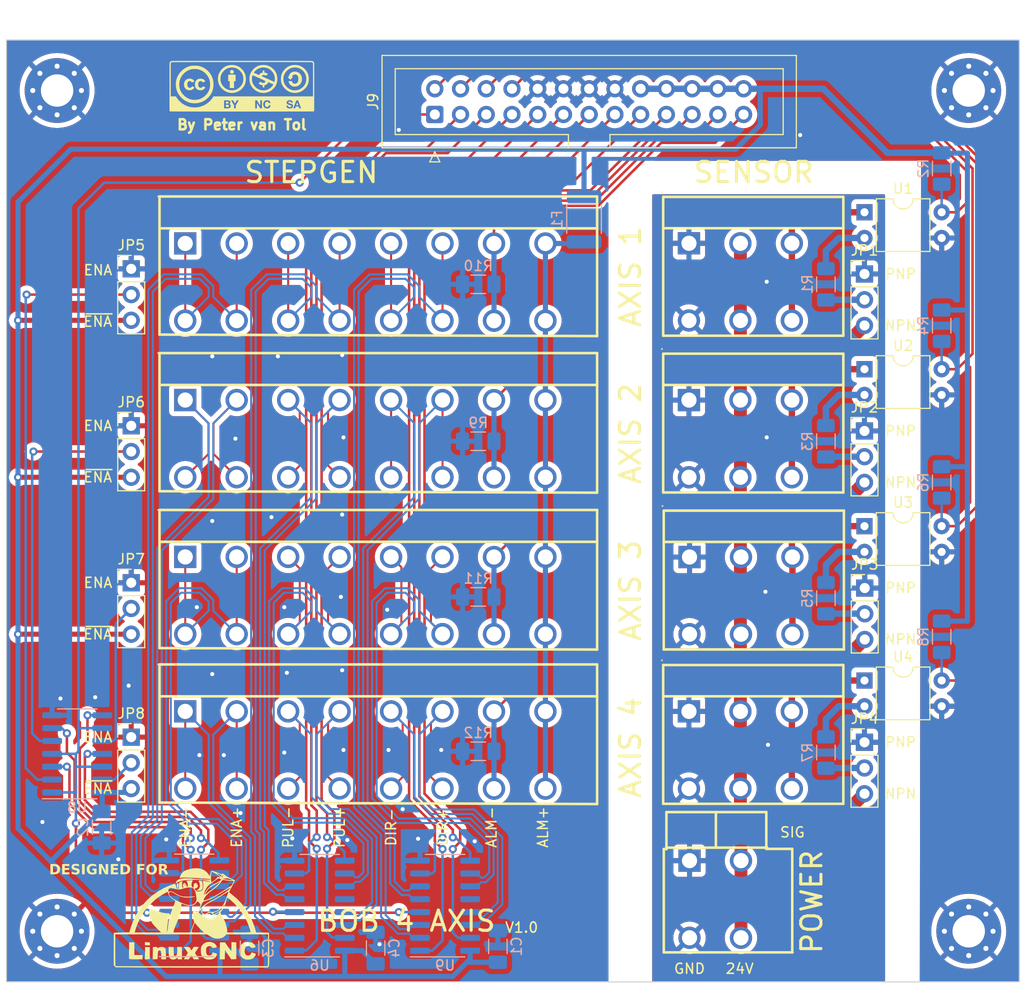
<source format=kicad_pcb>
(kicad_pcb (version 20221018) (generator pcbnew)
  (layers (0 "F.Cu" signal) (31 "B.Cu" signal) (34 "B.Paste" user) (35 "F.Paste" user) (36 "B.SilkS" user "B.Silkscreen") (37 "F.SilkS" user "F.Silkscreen") (38 "B.Mask" user) (39 "F.Mask" user) (44 "Edge.Cuts" user))
  (net 0 "")
  (net 1 "GND1")
  (net 2 "+24V")
  (net 3 "Net-(J1-Pin_3)")
  (net 4 "Net-(J2-Pin_3)")
  (net 5 "Net-(J3-Pin_3)")
  (net 6 "Net-(J4-Pin_3)")
  (net 7 "5V_Fused")
  (net 8 "Net-(JP1-C)")
  (net 9 "Net-(JP2-C)")
  (net 10 "Net-(JP3-C)")
  (net 11 "Net-(JP4-C)")
  (net 12 "Net-(R1-Pad1)")
  (net 13 "+5V")
  (net 14 "Net-(R3-Pad1)")
  (net 15 "Net-(R5-Pad1)")
  (net 16 "Net-(R7-Pad1)")
  (net 17 "GND")
  (net 18 "HOME1")
  (net 19 "HOME2")
  (net 20 "HOME3")
  (net 21 "HOME4")
  (net 22 "ENA")
  (net 23 "STEP1")
  (net 24 "DIR1")
  (net 25 "DIR2")
  (net 26 "STEP2")
  (net 27 "STEP3")
  (net 28 "DIR3")
  (net 29 "DIR4")
  (net 30 "STEP4")
  (net 31 "ALARM1")
  (net 32 "ALARM2")
  (net 33 "ALARM3")
  (net 34 "ALARM4")
  (net 35 "ENA2-")
  (net 36 "ENA2+")
  (net 37 "STEP2-")
  (net 38 "STEP2+")
  (net 39 "DIR2-")
  (net 40 "DIR2+")
  (net 41 "ENA1-")
  (net 42 "ENA1+")
  (net 43 "STEP1-")
  (net 44 "STEP1+")
  (net 45 "DIR1-")
  (net 46 "DIR1+")
  (net 47 "Net-(JP5-C)")
  (net 48 "Net-(JP6-C)")
  (net 49 "Net-(JP7-C)")
  (net 50 "Net-(JP8-C)")
  (net 51 "ENA1")
  (net 52 "ENA2")
  (net 53 "ENA3")
  (net 54 "ENA4")
  (net 55 "ENA3-")
  (net 56 "ENA3+")
  (net 57 "STEP3-")
  (net 58 "STEP3+")
  (net 59 "DIR3-")
  (net 60 "DIR3+")
  (net 61 "DIR4+")
  (net 62 "DIR4-")
  (net 63 "STEP4+")
  (net 64 "STEP4-")
  (net 65 "ENA4+")
  (net 66 "ENA4-")
  (footprint "AliExpress:CONN-TH_8P-P5.08_KF142V-5.08-8P" (layer "F.Cu") (at 35.432995 23.910378 180)
    (fp_text reference "J5" hide)
    (fp_text value "Screw_Terminal_01x08" hide)
  )
  (footprint "MountingHole:MountingHole_3.2mm_M3_Pad_Via" (layer "F.Cu") (at 95 5)
    (fp_text reference "H3" hide)
    (fp_text value "MountingHole_Pad" hide)
  )
  (footprint "Connector_PinHeader_2.54mm:PinHeader_1x03_P2.54mm_Vertical" (layer "F.Cu") (at 12.319 38.1)
    (fp_text reference "JP6")
    (fp_text value "Jumper_3_Open")
  )
  (footprint "AliExpress:CONN-TH_8P-P5.08_KF142V-5.08-8P" (layer "F.Cu") (at 35.432985 70.108961 180)
    (fp_text reference "J8" hide)
    (fp_text value "Screw_Terminal_01x08" hide)
  )
  (footprint "Connector_PinHeader_2.54mm:PinHeader_1x03_P2.54mm_Vertical" (layer "F.Cu") (at 84.734 54.117)
    (fp_text reference "JP3")
    (fp_text value "Jumper_3_Open")
  )
  (footprint "Connector_PinHeader_2.54mm:PinHeader_1x03_P2.54mm_Vertical" (layer "F.Cu") (at 12.319 68.834)
    (fp_text reference "JP8")
    (fp_text value "Jumper_3_Open")
  )
  (footprint "AliExpress:CONN-TH_3P-P5.08_KF142V-5.08-3P" (layer "F.Cu") (at 72.460995 23.893005 180)
    (fp_text reference "J1" hide)
    (fp_text value "Screw_Terminal_01x03" hide)
  )
  (footprint "Package_DIP:DIP-4_W7.62mm" (layer "F.Cu") (at 84.709 48.006)
    (fp_text reference "U3")
    (fp_text value "LTV-814" hide)
  )
  (footprint "MountingHole:MountingHole_3.2mm_M3_Pad_Via" (layer "F.Cu") (at 5 5)
    (fp_text reference "H1" hide)
    (fp_text value "MountingHole_Pad" hide)
  )
  (footprint "Package_DIP:DIP-4_W7.62mm" (layer "F.Cu") (at 84.709 17.018)
    (fp_text reference "U1")
    (fp_text value "LTV-814" hide)
  )
  (footprint "AliExpress:CONN-TH_8P-P5.08_KF142V-5.08-8P" (layer "F.Cu") (at 35.432964 39.370135 180)
    (fp_text reference "J6" hide)
    (fp_text value "Screw_Terminal_01x08" hide)
  )
  (footprint "LOGO" (layer "F.Cu") (at 23.241 4.572)
    (fp_text reference "G***" hide)
    (fp_text value "LOGO" hide)
  )
  (footprint "Connector_IDC:IDC-Header_2x13_P2.54mm_Vertical" (layer "F.Cu") (at 42.291 7.366 90)
    (fp_text reference "J9")
    (fp_text value "Conn_02x13_Odd_Even" hide)
  )
  (footprint "Connector_PinHeader_2.54mm:PinHeader_1x03_P2.54mm_Vertical" (layer "F.Cu") (at 84.709 38.608)
    (fp_text reference "JP2")
    (fp_text value "Jumper_3_Open")
  )
  (footprint "Connector_PinHeader_2.54mm:PinHeader_1x03_P2.54mm_Vertical" (layer "F.Cu") (at 12.319 53.594)
    (fp_text reference "JP7")
    (fp_text value "Jumper_3_Open")
  )
  (footprint "Connector_PinHeader_2.54mm:PinHeader_1x03_P2.54mm_Vertical" (layer "F.Cu") (at 84.709 69.342)
    (fp_text reference "JP4")
    (fp_text value "Jumper_3_Open")
  )
  (footprint "AliExpress:CONN-TH_3P-P5.08_KF142V-5.08-3P" (layer "F.Cu") (at 72.460995 70.104008 180)
    (fp_text reference "J4" hide)
    (fp_text value "Screw_Terminal_01x03" hide)
  )
  (footprint "AliExpress:CONN-TH_P5.08_KF142V-5.08-2P" (layer "F.Cu") (at 69.976995 84.835992 180)
    (fp_text reference "U7" hide)
    (fp_text value "KF142V-5_08-2P")
  )
  (footprint "AliExpress:CONN-TH_3P-P5.08_KF142V-5.08-3P" (layer "F.Cu") (at 72.460995 39.370008 180)
    (fp_text reference "J2" hide)
    (fp_text value "Screw_Terminal_01x03" hide)
  )
  (footprint "Package_DIP:DIP-4_W7.62mm" (layer "F.Cu") (at 84.709 63.246)
    (fp_text reference "U4")
    (fp_text value "LTV-814" hide)
  )
  (footprint "MountingHole:MountingHole_3.2mm_M3_Pad_Via" (layer "F.Cu") (at 5 88)
    (fp_text reference "H2" hide)
    (fp_text value "MountingHole_Pad" hide)
  )
  (footprint "Connector_PinHeader_2.54mm:PinHeader_1x03_P2.54mm_Vertical" (layer "F.Cu") (at 84.709 23.114)
    (fp_text reference "JP1")
    (fp_text value "Jumper_3_Open")
  )
  (footprint "MountingHole:MountingHole_3.2mm_M3_Pad_Via" (layer "F.Cu") (at 95 88)
    (fp_text reference "H4" hide)
    (fp_text value "MountingHole_Pad" hide)
  )
  (footprint "AliExpress:CONN-TH_8P-P5.08_KF142V-5.08-8P" (layer "F.Cu") (at 35.432975 54.859055 180)
    (fp_text reference "J7" hide)
    (fp_text value "Screw_Terminal_01x08" hide)
  )
  (footprint "AliExpress:CONN-TH_3P-P5.08_KF142V-5.08-3P" (layer "F.Cu") (at 72.51699 54.864008 180)
    (fp_text reference "J3" hide)
    (fp_text value "Screw_Terminal_01x03" hide)
  )
  (footprint "LOGO" (layer "F.Cu") (at 18.288 86.614)
    (fp_text reference "G***" hide)
    (fp_text value "LOGO" hide)
  )
  (footprint "Connector_PinHeader_2.54mm:PinHeader_1x03_P2.54mm_Vertical" (layer "F.Cu") (at 12.319 22.606)
    (fp_text reference "JP5")
    (fp_text value "Jumper_3_Open")
  )
  (footprint "Package_DIP:DIP-4_W7.62mm" (layer "F.Cu") (at 84.709 32.512)
    (fp_text reference "U2")
    (fp_text value "LTV-814" hide)
  )
  (footprint "Resistor_SMD:R_1206_3216Metric_Pad1.30x1.75mm_HandSolder" (layer "B.Cu") (at 46.583 24.13 180)
    (fp_text reference "R10")
    (fp_text value "R" hide)
  )
  (footprint "Capacitor_SMD:C_1206_3216Metric_Pad1.33x1.80mm_HandSolder" (layer "B.Cu") (at 36.449 89.662 90)
    (fp_text reference "C4")
    (fp_text value "0.1uF")
  )
  (footprint "Resistor_SMD:R_1206_3216Metric_Pad1.30x1.75mm_HandSolder" (layer "B.Cu") (at 80.899 24.13 -90)
    (fp_text reference "R1")
    (fp_text value "R")
  )
  (footprint "Resistor_SMD:R_1206_3216Metric_Pad1.30x1.75mm_HandSolder" (layer "B.Cu") (at 80.899 70.358 -90)
    (fp_text reference "R7")
    (fp_text value "R")
  )
  (footprint "Resistor_SMD:R_1812_4532Metric_Pad1.30x3.40mm_HandSolder" (layer "B.Cu") (at 57.023 17.719 -90)
    (fp_text reference "F1")
    (fp_text value "Polyfuse_Small")
  )
  (footprint "Resistor_SMD:R_1206_3216Metric_Pad1.30x1.75mm_HandSolder" (layer "B.Cu") (at 80.899 55.118 -90)
    (fp_text reference "R5")
    (fp_text value "R")
  )
  (footprint "Resistor_SMD:R_1206_3216Metric_Pad1.30x1.75mm_HandSolder" (layer "B.Cu") (at 46.583 70.231 180)
    (fp_text reference "R12")
    (fp_text value "R" hide)
  )
  (footprint "Resistor_SMD:R_1206_3216Metric_Pad1.30x1.75mm_HandSolder" (layer "B.Cu") (at 92.329 58.928 -90)
    (fp_text reference "R8")
    (fp_text value "R")
  )
  (footprint "Package_SO:SOIC-16_3.9x9.9mm_P1.27mm" (layer "B.Cu") (at 30.923 85.471)
    (fp_text reference "U6")
    (fp_text value "AM26LS31CD")
  )
  (footprint "Resistor_SMD:R_1206_3216Metric_Pad1.30x1.75mm_HandSolder" (layer "B.Cu") (at 46.583 54.991 180)
    (fp_text reference "R11")
    (fp_text value "R" hide)
  )
  (footprint "Resistor_SMD:R_1206_3216Metric_Pad1.30x1.75mm_HandSolder" (layer "B.Cu") (at 92.329 28.22 -90)
    (fp_text reference "R4")
    (fp_text value "R")
  )
  (footprint "Capacitor_SMD:C_1206_3216Metric_Pad1.33x1.80mm_HandSolder" (layer "B.Cu") (at 9.398 77.724 -90)
    (fp_text reference "C2")
    (fp_text value "0.1uF")
  )
  (footprint "Resistor_SMD:R_1206_3216Metric_Pad1.30x1.75mm_HandSolder" (layer "B.Cu") (at 92.329 12.7 -90)
    (fp_text reference "R2")
    (fp_text value "R")
  )
  (footprint "Resistor_SMD:R_1206_3216Metric_Pad1.30x1.75mm_HandSolder" (layer "B.Cu") (at 92.329 43.688 -90)
    (fp_text reference "R6")
    (fp_text value "R")
  )
  (footprint "Capacitor_SMD:C_1206_3216Metric_Pad1.33x1.80mm_HandSolder" (layer "B.Cu") (at 48.514 89.4965 90)
    (fp_text reference "C1")
    (fp_text value "0.1uF")
  )
  (footprint "Package_SO:SOIC-16_3.9x9.9mm_P1.27mm" (layer "B.Cu") (at 18.542 85.4413)
    (fp_text reference "U5" hide)
    (fp_text value "AM26LS31CD")
  )
  (footprint "Resistor_SMD:R_1206_3216Metric_Pad1.30x1.75mm_HandSolder" (layer "B.Cu") (at 46.583 39.624 180)
    (fp_text reference "R9")
    (fp_text value "R" hide)
  )
  (footprint "Capacitor_SMD:C_1206_3216Metric_Pad1.33x1.80mm_HandSolder" (layer "B.Cu") (at 24.003 89.662 90)
    (fp_text reference "C3")
    (fp_text value "0.1uF")
  )
  (footprint "Resistor_SMD:R_1206_3216Metric_Pad1.30x1.75mm_HandSolder" (layer "B.Cu") (at 80.899 39.624 -90)
    (fp_text reference "R3")
    (fp_text value "R")
  )
  (footprint "Package_SO:SOIC-14_3.9x8.7mm_P1.27mm" (layer "B.Cu") (at 6.985 70.485)
    (fp_text reference "U8")
    (fp_text value "74HC86")
  )
  (footprint "Package_SO:SOIC-16_3.9x9.9mm_P1.27mm" (layer "B.Cu") (at 43.307 85.471)
    (fp_text reference "U9")
    (fp_text value "AM26LS31CD")
  )
  (gr_line (start 7.874 57.912) (end 10.414 57.912) (stroke (width 0.15)) (layer "F.SilkS"))
  (gr_line (start 7.874 27.051) (end 10.414 27.051) (stroke (width 0.15)) (layer "F.SilkS"))
  (gr_line (start 7.874 73.152) (end 10.414 73.152) (stroke (width 0.15)) (layer "F.SilkS"))
  (gr_line (start 7.874 42.418) (end 10.414 42.418) (stroke (width 0.15)) (layer "F.SilkS"))
  (gr_rect (start 0 0) (end 100 93) (stroke (width 0.1)) (fill none) (layer "Edge.Cuts"))
  (gr_text "ENA" (at 10.541 22.733) (layer "F.SilkS") (effects (font (size 1 1)) (justify right)))
  (gr_text "AXIS 2" (at 61.595 38.862 90) (layer "F.SilkS") (effects (font (size 2 2) (thickness 0.3))))
  (gr_text "ENA" (at 9.017 73.914) (layer "F.SilkS") (effects (font (size 1 1))))
  (gr_text "ALM+" (at 52.959 77.724 90) (layer "F.SilkS") (effects (font (size 1 1))))
  (gr_text "PUL-" (at 27.813 77.724 90) (layer "F.SilkS") (effects (font (size 1 1))))
  (gr_text "PNP" (at 88.265 23.114) (layer "F.SilkS") (effects (font (size 1 1))))
  (gr_text "ENA" (at 10.541 68.834) (layer "F.SilkS") (effects (font (size 1 1)) (justify right)))
  (gr_text "DIR+" (at 43.053 77.724 90) (layer "F.SilkS") (effects (font (size 1 1))))
  (gr_text "NPN\n" (at 88.265 59.182) (layer "F.SilkS") (effects (font (size 1 1))))
  (gr_text "ENA" (at 10.541 38.1) (layer "F.SilkS") (effects (font (size 1 1)) (justify right)))
  (gr_text "NPN\n" (at 88.265 28.194) (layer "F.SilkS") (effects (font (size 1 1))))
  (gr_text "AXIS 4" (at 61.595 69.85 90) (layer "F.SilkS") (effects (font (size 2 2) (thickness 0.3))))
  (gr_text "NPN\n" (at 88.265 74.422) (layer "F.SilkS") (effects (font (size 1 1))))
  (gr_text "GND" (at 67.437 91.694) (layer "F.SilkS") (effects (font (size 1 1))))
  (gr_text "PUL+" (at 32.893 77.724 90) (layer "F.SilkS") (effects (font (size 1 1))))
  (gr_text "AXIS 3" (at 61.595 54.356 90) (layer "F.SilkS") (effects (font (size 2 2) (thickness 0.3))))
  (gr_text "24V" (at 72.39 91.694) (layer "F.SilkS") (effects (font (size 1 1))))
  (gr_text "BOB 4 AXIS" (at 39.497 86.995) (layer "F.SilkS") (effects (font (size 2 2) (thickness 0.3))))
  (gr_text "ENA" (at 9.017 27.813) (layer "F.SilkS") (effects (font (size 1 1))))
  (gr_text "ENA" (at 9.017 43.18) (layer "F.SilkS") (effects (font (size 1 1))))
  (gr_text "ENA" (at 10.541 53.594) (layer "F.SilkS") (effects (font (size 1 1)) (justify right)))
  (gr_text "By Peter van Tol" (at 23.241 8.382) (layer "F.SilkS") (effects (font (size 1 1) (thickness 0.25))))
  (gr_text "NPN\n" (at 88.265 43.688) (layer "F.SilkS") (effects (font (size 1 1))))
  (gr_text "ENA" (at 9.017 58.674) (layer "F.SilkS") (effects (font (size 1 1))))
  (gr_text "DIR-" (at 37.973 77.724 90) (layer "F.SilkS") (effects (font (size 1 1))))
  (gr_text "SENSOR" (at 73.787 13.081) (layer "F.SilkS") (effects (font (size 2 2) (thickness 0.3))))
  (gr_text "POWER" (at 79.502 85.09 90) (layer "F.SilkS") (effects (font (size 2 2) (thickness 0.3))))
  (gr_text "PNP" (at 88.265 38.608) (layer "F.SilkS") (effects (font (size 1 1))))
  (gr_text "DESIGNED FOR" (at 16.002 82.55) (layer "F.SilkS") (effects (font (size 1 1) (thickness 0.2) bold) (justify right bottom)))
  (gr_text "AXIS 1" (at 61.595 23.368 90) (layer "F.SilkS") (effects (font (size 2 2) (thickness 0.3))))
  (gr_text "ENA-" (at 17.653 77.724 90) (layer "F.SilkS") (effects (font (size 1 1))))
  (gr_text "V1.0" (at 49.149 87.63) (layer "F.SilkS") (effects (font (size 1 1)) (justify left)))
  (gr_text "SIG" (at 77.597 78.232) (layer "F.SilkS") (effects (font (size 1 1))))
  (gr_text "PNP" (at 88.265 69.342) (layer "F.SilkS") (effects (font (size 1 1))))
  (gr_text "ENA+" (at 22.733 77.724 90) (layer "F.SilkS") (effects (font (size 1 1))))
  (gr_text "PNP" (at 88.265 54.102) (layer "F.SilkS") (effects (font (size 1 1))))
  (gr_text "STEPGEN" (at 30.099 13.081) (layer "F.SilkS") (effects (font (size 2 2) (thickness 0.3))))
  (gr_text "ALM-" (at 47.879 77.724 90) (layer "F.SilkS") (effects (font (size 1 1))))
  (via (at 75.184 69.596) (size 0.8) (drill 0.4) (layers "F.Cu" "B.Cu") (net 1))
  (via (at 74.93 54.483) (size 0.8) (drill 0.4) (layers "F.Cu" "B.Cu") (net 1))
  (via (at 75.057 23.876) (size 0.8) (drill 0.4) (layers "F.Cu" "B.Cu") (net 1))
  (via (at 75.057 39.243) (size 0.8) (drill 0.4) (layers "F.Cu" "B.Cu") (net 1))
  (segment (start 72.460995 73.914016) (end 72.460995 45.466) (width 1.27) (layer "F.Cu") (net 2))
  (segment (start 72.460995 29.972) (end 72.460995 20.082997) (width 1.27) (layer "F.Cu") (net 2))
  (segment (start 72.460995 76.2) (end 72.460995 73.914016) (width 1.27) (layer "F.Cu") (net 2))
  (segment (start 72.460995 45.466) (end 82.931 45.466) (width 1.27) (layer "F.Cu") (net 2))
  (segment (start 72.517 76.256005) (end 72.517 88.646) (width 1.27) (layer "F.Cu") (net 2))
  (segment (start 72.460995 45.466) (end 72.460995 29.972) (width 1.27) (layer "F.Cu") (net 2))
  (segment (start 82.931 76.2) (end 84.709 74.422) (width 1.27) (layer "F.Cu") (net 2))
  (segment (start 72.460995 76.2) (end 72.517 76.256005) (width 1.27) (layer "F.Cu") (net 2))
  (segment (start 82.931 29.972) (end 84.709 28.194) (width 1.27) (layer "F.Cu") (net 2))
  (segment (start 72.460995 60.96) (end 82.931 60.96) (width 1.27) (layer "F.Cu") (net 2))
  (segment (start 82.931 45.466) (end 84.709 43.688) (width 1.27) (layer "F.Cu") (net 2))
  (segment (start 72.460995 29.972) (end 82.931 29.972) (width 1.27) (layer "F.Cu") (net 2))
  (segment (start 82.931 60.96) (end 84.709 59.182) (width 1.27) (layer "F.Cu") (net 2))
  (segment (start 72.460995 76.2) (end 82.931 76.2) (width 1.27) (layer "F.Cu") (net 2))
  (segment (start 77.541005 20.082997) (end 77.541005 17.835995) (width 0.63) (layer "F.Cu") (net 3))
  (segment (start 77.541005 27.703013) (end 77.541005 20.082997) (width 0.63) (layer "F.Cu") (net 3))
  (segment (start 77.541005 17.835995) (end 78.359 17.018) (width 0.63) (layer "F.Cu") (net 3))
  (segment (start 78.359 17.018) (end 84.709 17.018) (width 0.63) (layer "F.Cu") (net 3))
  (segment (start 77.541005 33.583995) (end 78.613 32.512) (width 0.63) (layer "F.Cu") (net 4))
  (segment (start 77.541005 43.180016) (end 77.541005 35.56) (width 0.63) (layer "F.Cu") (net 4))
  (segment (start 78.613 32.512) (end 84.709 32.512) (width 0.63) (layer "F.Cu") (net 4))
  (segment (start 77.541005 35.56) (end 77.541005 33.583995) (width 0.63) (layer "F.Cu") (net 4))
  (segment (start 77.541005 49.077995) (end 78.613 48.006) (width 0.63) (layer "F.Cu") (net 5))
  (segment (start 77.597 58.674016) (end 77.597 51.054) (width 0.63) (layer "F.Cu") (net 5))
  (segment (start 78.613 48.006) (end 84.709 48.006) (width 0.63) (layer "F.Cu") (net 5))
  (segment (start 77.541005 51.054) (end 77.541005 49.077995) (width 0.63) (layer "F.Cu") (net 5))
  (segment (start 77.541005 73.914016) (end 77.541005 66.294) (width 0.63) (layer "F.Cu") (net 6))
  (segment (start 77.541005 66.294) (end 77.541005 64.317995) (width 0.63) (layer "F.Cu") (net 6))
  (segment (start 78.613 63.246) (end 84.709 63.246) (width 0.63) (layer "F.Cu") (net 6))
  (segment (start 77.541005 64.317995) (end 78.613 63.246) (width 0.63) (layer "F.Cu") (net 6))
  (segment (start 53.213021 20.100253) (end 53.213031 20.100243) (width 0.25) (layer "B.Cu") (net 7))
  (segment (start 57.014757 20.100243) (end 53.213031 20.100243) (width 0.508) (layer "B.Cu") (net 7))
  (segment (start 57.023 20.092) (end 57.014757 20.100243) (width 0.25) (layer "B.Cu") (net 7))
  (segment (start 53.213021 73.918842) (end 53.213021 20.100253) (width 0.508) (layer "B.Cu") (net 7))
  (segment (start 84.709 25.654) (end 80.925 25.654) (width 0.63) (layer "B.Cu") (net 8))
  (segment (start 80.925 25.654) (end 80.899 25.68) (width 0.25) (layer "B.Cu") (net 8))
  (segment (start 84.709 41.148) (end 80.925 41.148) (width 0.63) (layer "B.Cu") (net 9))
  (segment (start 84.709 56.642) (end 80.925 56.642) (width 0.63) (layer "B.Cu") (net 10))
  (segment (start 84.709 71.882) (end 80.925 71.882) (width 0.63) (layer "B.Cu") (net 11))
  (segment (start 84.692003 20.082997) (end 84.709 20.066) (width 0.63) (layer "F.Cu") (net 12))
  (segment (start 82.169 19.558) (end 84.709 19.558) (width 0.63) (layer "B.Cu") (net 12))
  (segment (start 80.899 20.828) (end 82.169 19.558) (width 0.63) (layer "B.Cu") (net 12))
  (segment (start 81.179 22.606) (end 81.153 22.58) (width 0.25) (layer "B.Cu") (net 12))
  (segment (start 80.899 22.58) (end 80.899 20.828) (width 0.63) (layer "B.Cu") (net 12))
  (segment (start 1.143 43.18) (end 12.319 43.18) (width 0.5) (layer "F.Cu") (net 13))
  (segment (start 1.143 58.674) (end 12.319 58.674) (width 0.5) (layer "F.Cu") (net 13))
  (segment (start 1.143 27.686) (end 12.319 27.686) (width 0.5) (layer "F.Cu") (net 13))
  (via (at 1.143 27.686) (size 0.8) (drill 0.4) (layers "F.Cu" "B.Cu") (net 13))
  (via (at 1.143 43.18) (size 0.8) (drill 0.4) (layers "F.Cu" "B.Cu") (net 13))
  (via (at 1.143 58.674) (size 0.8) (drill 0.4) (layers "F.Cu" "B.Cu") (net 13))
  (segment (start 33.274 92.456) (end 21.082 92.456) (width 0.5) (layer "B.Cu") (net 13))
  (segment (start 72.009 10.795) (end 74.422 8.382) (width 0.508) (layer "B.Cu") (net 13))
  (segment (start 21.082 89.9513) (end 21.017 89.8863) (width 0.5) (layer "B.Cu") (net 13))
  (segment (start 21.082 92.456) (end 15.748 92.456) (width 0.5) (layer "B.Cu") (net 13))
  (segment (start 44.069 92.456) (end 33.401 92.456) (width 0.5) (layer "B.Cu") (net 13))
  (segment (start 92.355 11.176) (end 92.329 11.15) (width 0.25) (layer "B.Cu") (net 13))
  (segment (start 74.422 8.382) (end 74.422 4.953) (width 0.508) (layer "B.Cu") (net 13))
  (segment (start 86.969 11.15) (end 92.329 11.15) (width 0.63) (layer "B.Cu") (net 13))
  (segment (start 22.6648 89.8863) (end 24.003 91.2245) (width 0.5) (layer "B.Cu") (net 13))
  (segment (start 15.748 92.456) (end 4.3815 81.0895) (width 0.5) (layer "B.Cu") (net 13))
  (segment (start 45.782 89.916) (end 45.782 90.613) (width 0.5) (layer "B.Cu") (net 13))
  (segment (start 1.143 43.18) (end 1.143 27.686) (width 0.5) (layer "B.Cu") (net 13))
  (segment (start 57.023 10.795) (end 72.009 10.795) (width 0.508) (layer "B.Cu") (net 13))
  (segment (start 9.46 76.011) (end 9.46 74.295) (width 0.5) (layer "B.Cu") (net 13))
  (segment (start 92.329 57.378) (end 94.843 57.378) (width 0.5) (layer "B.Cu") (net 13))
  (segment (start 94.869 11.176) (end 92.355 11.176) (width 0.5) (layer "B.Cu") (net 13))
  (segment (start 1.143 77.851) (end 4.3815 81.0895) (width 0.5) (layer "B.Cu") (net 13))
  (segment (start 57.023 10.795) (end 57.023 15.494) (width 0.508) (layer "B.Cu") (net 13))
  (segment (start 62.611 4.826) (end 74.295 4.826) (width 0.63) (layer "B.Cu") (net 13))
  (segment (start 1.143 16.002) (end 6.35 10.795) (width 0.5) (layer "B.Cu") (net 13))
  (segment (start 35.1405 89.916) (end 36.449 91.2245) (width 0.5) (layer "B.Cu") (net 13))
  (segment (start 94.869 41.91) (end 94.869 26.67) (width 0.5) (layer "B.Cu") (net 13))
  (segment (start 92.329 26.67) (end 94.869 26.67) (width 0.5) (layer "B.Cu") (net 13))
  (segment (start 45.466 91.059) (end 44.069 92.456) (width 0.5) (layer "B.Cu") (net 13))
  (segment (start 80.645 4.826) (end 86.969 11.15) (width 0.63) (layer "B.Cu") (net 13))
  (segment (start 45.466 91.059) (end 48.7295 91.059) (width 0.5) (layer "B.Cu") (net 13))
  (segment (start 33.401 92.456) (end 33.401 89.919) (width 0.5) (layer "B.Cu") (net 13))
  (segment (start 1.143 58.674) (end 1.143 77.851) (width 0.5) (layer "B.Cu") (net 13))
  (segment (start 21.082 91.059) (end 21.082 89.9513) (width 0.5) (layer "B.Cu") (net 13))
  (segment (start 21.082 92.456) (end 21.082 91.059) (width 0.5) (layer "B.Cu") (net 13))
  (segment (start 9.46 74.295) (end 11.938 74.295) (width 0.5) (layer "B.Cu") (net 13))
  (segment (start 33.398 89.916) (end 35.1405 89.916) (width 0.5) (layer "B.Cu") (net 13))
  (segment (start 11.938 74.295) (end 12.319 73.914) (width 0.5) (layer "B.Cu") (net 13))
  (segment (start 94.869 26.67) (end 94.869 11.176) (width 0.5) (layer "B.Cu") (net 13))
  (segment (start 74.295 4.826) (end 80.645 4.826) (width 0.63) (layer "B.Cu") (net 13))
  (segment (start 6.35 10.795) (end 57.023 10.795) (width 0.5) (layer "B.Cu") (net 13))
  (segment (start 1.143 27.686) (end 1.143 16.002) (width 0.5) (layer "B.Cu") (net 13))
  (segment (start 48.7295 91.059) (end 48.768 91.0975) (width 0.5) (layer "B.Cu") (net 13))
  (segment (start 45.782 90.613) (end 45.782 90.743) (width 0.5) (layer "B.Cu") (net 13))
  (segment (start 94.869 57.404) (end 94.869 41.91) (width 0.5) (layer "B.Cu") (net 13))
  (segment (start 74.422 4.953) (end 74.295 4.826) (width 0.508) (layer "B.Cu") (net 13))
  (segment (start 4.3815 81.0895) (end 9.46 76.011) (width 0.5) (layer "B.Cu") (net 13))
  (segment (start 45.782 90.743) (end 45.466 91.059) (width 0.5) (layer "B.Cu") (net 13))
  (segment (start 33.401 89.919) (end 33.398 89.916) (width 0.5) (layer "B.Cu") (net 13))
  (segment (start 94.641 42.138) (end 94.869 41.91) (width 0.25) (layer "B.Cu") (net 13))
  (segment (start 94.843 57.378) (end 94.869 57.404) (width 0.25) (layer "B.Cu") (net 13))
  (segment (start 92.329 42.138) (end 94.641 42.138) (width 0.5) (layer "B.Cu") (net 13))
  (segment (start 1.143 58.674) (end 1.143 43.18) (width 0.5) (layer "B.Cu") (net 13))
  (segment (start 21.017 89.8863) (end 22.6648 89.8863) (width 0.5) (layer "B.Cu") (net 13))
  (segment (start 80.899 36.322) (end 82.169 35.052) (width 0.63) (layer "B.Cu") (net 14))
  (segment (start 81.407 38.074) (end 81.433 38.1) (width 0.25) (layer "B.Cu") (net 14))
  (segment (start 80.899 38.074) (end 80.899 36.322) (width 0.63) (layer "B.Cu") (net 14))
  (segment (start 82.169 35.052) (end 84.709 35.052) (width 0.63) (layer "B.Cu") (net 14))
  (segment (start 82.169 50.546) (end 84.709 50.546) (width 0.63) (layer "B.Cu") (net 15))
  (segment (start 80.899 51.816) (end 82.169 50.546) (width 0.63) (layer "B.Cu") (net 15))
  (segment (start 80.899 53.568) (end 80.925 53.594) (width 0.25) (layer "B.Cu") (net 15))
  (segment (start 80.899 53.568) (end 80.899 51.816) (width 0.63) (layer "B.Cu") (net 15))
  (segment (start 80.899 67.056) (end 82.169 65.786) (width 0.63) (layer "B.Cu") (net 16))
  (segment (start 80.899 68.808) (end 80.925 68.834) (width 0.25) (layer "B.Cu") (net 16))
  (segment (start 82.169 65.786) (end 84.709 65.786) (width 0.63) (layer "B.Cu") (net 16))
  (segment (start 80.899 68.808) (end 80.899 67.056) (width 0.63) (layer "B.Cu") (net 16))
  (via (at 36.83 89.281) (size 0.8) (drill 0.4) (layers "F.Cu" "B.Cu") (net 17))
  (via (at 33.147 46.863) (size 0.8) (drill 0.4) (layers "F.Cu" "B.Cu") (net 17))
  (via (at 42.926 70.104) (size 0.8) (drill 0.4) (layers "F.Cu" "B.Cu") (net 17))
  (via (at 3.556 77.216) (size 0.8) (drill 0.4) (layers "F.Cu" "B.Cu") (net 17))
  (via (at 40.64 78.867) (size 0.8) (drill 0.4) (layers "F.Cu" "B.Cu") (net 17))
  (via (at 33.147 62.23) (size 0.8) (drill 0.4) (layers "F.Cu" "B.Cu") (net 17))
  (via (at 18.796 56.007) (size 0.8) (drill 0.4) (layers "F.Cu" "B.Cu") (net 17))
  (via (at 26.162 47.117) (size 0.8) (drill 0.4) (layers "F.Cu" "B.Cu") (net 17))
  (via (at 33.274 70.104) (size 0.8) (drill 0.4) (layers "F.Cu" "B.Cu") (net 17))
  (via (at 26.797 31.242) (size 0.8) (drill 0.4) (layers "F.Cu" "B.Cu") (net 17))
  (via (at 21.463 70.612) (size 0.8) (drill 0.4) (layers "F.Cu" "B.Cu") (net 17))
  (via (at 23.749 89.281) (size 0.8) (drill 0.4) (layers "F.Cu" "B.Cu") (net 17))
  (via (at 11.049 80.899) (size 0.8) (drill 0.4) (layers "F.Cu" "B.Cu") (net 17))
  (via (at 5.334 65.024) (size 0.8) (drill 0.4) (layers "F.Cu" "B.Cu") (net 17))
  (via (at 27.686 62.484) (size 0.8) (drill 0.4) (layers "F.Cu" "B.Cu") (net 17))
  (via (at 23.114 76.327) (size 0.8) (drill 0.4) (layers "F.Cu" "B.Cu") (net 17))
  (via (at 38.735 8.89) (size 0.8) (drill 0.4) (layers "F.Cu" "B.Cu") (net 17))
  (via (at 8.763 64.897) (size 0.8) (drill 0.4) (layers "F.Cu" "B.Cu") (net 17))
  (via (at 33.655 78.994) (size 0.8) (drill 0.4) (layers "F.Cu" "B.Cu") (net 17))
  (via (at 33.274 39.243) (size 0.8) (drill 0.4) (layers "F.Cu" "B.Cu") (net 17))
  (via (at 27.432 56.007) (size 0.8) (drill 0.4) (layers "F.Cu" "B.Cu") (net 17))
  (via (at 33.02 54.991) (size 0.8) (drill 0.4) (layers "F.Cu" "B.Cu") (net 17))
  (via (at 37.592 56.261) (size 0.8) (drill 0.4) (layers "F.Cu" "B.Cu") (net 17))
  (via (at 28.223 78.8332) (size 0.8) (drill 0.4) (layers "F.Cu" "B.Cu") (net 17))
  (via (at 27.432 70.358) (size 0.8) (drill 0.4) (layers "F.Cu" "B.Cu") (net 17))
  (via (at 46.228 79.121) (size 0.8) (drill 0.4) (layers "F.Cu" "B.Cu") (net 17))
  (via (at 20.32 47.498) (size 0.8) (drill 0.4) (layers "F.Cu" "B.Cu") (net 17))
  (via (at 39.116 75.946) (size 0.8) (drill 0.4) (layers "F.Cu" "B.Cu") (net 17))
  (via (at 19.05 70.612) (size 0.8) (drill 0.4) (layers "F.Cu" "B.Cu") (net 17))
  (via (at 20.32 62.611) (size 0.8) (drill 0.4) (layers "F.Cu" "B.Cu") (net 17))
  (via (at 20.32 31.242) (size 0.8) (drill 0.4) (layers "F.Cu" "B.Cu") (net 17))
  (via (at 37.719 70.104) (size 0.8) (drill 0.4) (layers "F.Cu" "B.Cu") (net 17))
  (via (at 78.359 9.398) (size 0.8) (drill 0.4) (layers "F.Cu" "B.Cu") (net 17))
  (via (at 15.777 78.9305) (size 0.8) (drill 0.4) (layers "F.Cu" "B.Cu") (net 17))
  (via (at 33.147 31.115) (size 0.8) (drill 0.4) (layers "F.Cu" "B.Cu") (net 17))
  (via (at 12.065 63.754) (size 0.8) (drill 0.4) (layers "F.Cu" "B.Cu") (net 17))
  (via (at 22.606 39.37) (size 0.8) (drill 0.4) (layers "F.Cu" "B.Cu") (net 17))
  (segment (start 24.892 87.884) (end 25.4 88.392) (width 0.25) (layer "B.Cu") (net 17))
  (segment (start 23.749 87.807) (end 24.815 87.807) (width 0.25) (layer "B.Cu") (net 17))
  (segment (start 25.4 88.392) (end 25.4 88.519) (width 0.25) (layer "B.Cu") (net 17))
  (segment (start 24.815 87.807) (end 24.892 87.884) (width 0.25) (layer "B.Cu") (net 17))
  (segment (start 84.3915 2.54) (end 52.197 2.54) (width 0.25) (layer "F.Cu") (net 18))
  (segment (start 94.869 13.0175) (end 84.3915 2.54) (width 0.25) (layer "F.Cu") (net 18))
  (segment (start 94.869 16.002) (end 94.869 13.0175) (width 0.25) (layer "F.Cu") (net 18))
  (segment (start 52.197 2.54) (end 49.911 4.826) (width 0.25) (layer "F.Cu") (net 18))
  (segment (start 92.329 17.018) (end 93.853 17.018) (width 0.25) (layer "F.Cu") (net 18))
  (segment (start 93.853 17.018) (end 94.869 16.002) (width 0.25) (layer "F.Cu") (net 18))
  (segment (start 92.329 17.018) (end 92.329 14.25) (width 0.25) (layer "B.Cu") (net 18))
  (segment (start 92.329 32.512) (end 93.853 32.512) (width 0.25) (layer "F.Cu") (net 19))
  (segment (start 84.709 2.032) (end 50.165 2.032) (width 0.25) (layer "F.Cu") (net 19))
  (segment (start 93.853 32.512) (end 95.377 30.988) (width 0.25) (layer "F.Cu") (net 19))
  (segment (start 95.377 12.7) (end 84.709 2.032) (width 0.25) (layer "F.Cu") (net 19))
  (segment (start 95.377 30.988) (end 95.377 12.7) (width 0.25) (layer "F.Cu") (net 19))
  (segment (start 50.165 2.032) (end 47.371 4.826) (width 0.25) (layer "F.Cu") (net 19))
  (segment (start 92.329 32.512) (end 92.329 29.77) (width 0.25) (layer "B.Cu") (net 19))
  (segment (start 85.09 1.524) (end 48.133 1.524) (width 0.25) (layer "F.Cu") (net 20))
  (segment (start 92.329 48.006) (end 93.853 48.006) (width 0.25) (layer "F.Cu") (net 20))
  (segment (start 48.133 1.524) (end 44.831 4.826) (width 0.25) (layer "F.Cu") (net 20))
  (segment (start 95.885 12.319) (end 85.09 1.524) (width 0.25) (layer "F.Cu") (net 20))
  (segment (start 93.853 48.006) (end 95.885 45.974) (width 0.25) (layer "F.Cu") (net 20))
  (segment (start 95.885 45.974) (end 95.885 12.319) (width 0.25) (layer "F.Cu") (net 20))
  (segment (start 92.329 48.006) (end 92.329 45.238) (width 0.25) (layer "B.Cu") (net 20))
  (segment (start 46.101 1.016) (end 42.291 4.826) (width 0.25) (layer "F.Cu") (net 21))
  (segment (start 96.393 60.706) (end 96.393 12.065) (width 0.25) (layer "F.Cu") (net 21))
  (segment (start 93.853 63.246) (end 96.393 60.706) (width 0.25) (layer "F.Cu") (net 21))
  (segment (start 85.344 1.016) (end 46.101 1.016) (width 0.25) (layer "F.Cu") (net 21))
  (segment (start 96.393 12.065) (end 85.344 1.016) (width 0.25) (layer "F.Cu") (net 21))
  (segment (start 92.329 63.246) (end 93.853 63.246) (width 0.25) (layer "F.Cu") (net 21))
  (segment (start 92.329 63.246) (end 92.329 60.478) (width 0.25) (layer "B.Cu") (net 21))
  (segment (start 35.687 7.366) (end 42.291 7.366) (width 0.25) (layer "F.Cu") (net 22))
  (segment (start 28.956 14.097) (end 35.687 7.366) (width 0.25) (layer "F.Cu") (net 22))
  (segment (start 38.6715 86.1695) (end 38.735 86.106) (width 0.25) (layer "F.Cu") (net 22))
  (segment (start 11.6205 86.1695) (end 13.872 86.1695) (width 0.25) (layer "F.Cu") (net 22))
  (segment (start 6.858 77.343) (end 6.858 81.407) (width 0.25) (layer "F.Cu") (net 22))
  (segment (start 6.858 81.407) (end 11.6205 86.1695) (width 0.25) (layer "F.Cu") (net 22))
  (segment (start 13.872 86.1695) (end 38.6715 86.1695) (width 0.25) (layer "F.Cu") (net 22))
  (via (at 13.872 86.1695) (size 0.8) (drill 0.4) (layers "F.Cu" "B.Cu") (net 22))
  (via (at 26.318 86.0722) (size 0.8) (drill 0.4) (layers "F.Cu" "B.Cu") (net 22))
  (via (at 28.956 14.097) (size 0.8) (drill 0.4) (layers "F.Cu" "B.Cu") (net 22))
  (via (at 6.858 77.343) (size 0.8) (drill 0.4) (layers "F.Cu" "B.Cu") (net 22))
  (via (at 38.735 86.106) (size 0.8) (drill 0.4) (layers "F.Cu" "B.Cu") (net 22))
  (segment (start 40.832 86.106) (end 38.735 86.106) (width 0.25) (layer "B.Cu") (net 22))
  (segment (start 6.858 70.485) (end 7.112 70.231) (width 0.25) (layer "B.Cu") (net 22))
  (segment (start 26.318 86.0722) (end 26.191 86.0722) (width 0.25) (layer "B.Cu") (net 22))
  (segment (start 9.652 14.097) (end 28.956 14.097) (width 0.25) (layer "B.Cu") (net 22))
  (segment (start 15.969 86.1695) (end 13.872 86.1695) (width 0.25) (layer "B.Cu") (net 22))
  (segment (start 28.956 14.097) (end 28.829 14.097) (width 0.25) (layer "B.Cu") (net 22))
  (segment (start 4.51 74.295) (end 6.858 74.295) (width 0.25) (layer "B.Cu") (net 22))
  (segment (start 6.858 73.66) (end 6.858 77.343) (width 0.25) (layer "B.Cu") (net 22))
  (segment (start 6.858 74.295) (end 6.858 73.66) (width 0.25) (layer "B.Cu") (net 22))
  (segment (start 13.872 86.1695) (end 13.745 86.1695) (width 0.25) (layer "B.Cu") (net 22))
  (segment (start 28.415 86.0722) (end 26.318 86.0722) (width 0.25) (layer "B.Cu") (net 22))
  (segment (start 6.858 71.755) (end 6.858 70.485) (width 0.25) (layer "B.Cu") (net 22))
  (segment (start 7.112 70.231) (end 7.112 16.637) (width 0.25) (layer "B.Cu") (net 22))
  (segment (start 38.735 86.106) (end 38.608 86.106) (width 0.25) (layer "B.Cu") (net 22))
  (segment (start 7.112 16.637) (end 9.652 14.097) (width 0.25) (layer "B.Cu") (net 22))
  (segment (start 9.46 71.755) (end 6.858 71.755) (width 0.25) (layer "B.Cu") (net 22))
  (segment (start 4.51 70.485) (end 6.858 70.485) (width 0.25) (layer "B.Cu") (net 22))
  (segment (start 6.858 73.66) (end 6.858 71.755) (width 0.25) (layer "B.Cu") (net 22))
  (segment (start 9.46 67.945) (end 7.112 67.945) (width 0.25) (layer "B.Cu") (net 22))
  (segment (start 6.858 77.343) (end 6.858 77.089) (width 0.25) (layer "B.Cu") (net 22))
  (segment (start 29.591 18.288) (end 37.211 10.668) (width 0.25) (layer "F.Cu") (net 23))
  (segment (start 29.874 79.0872) (end 29.874 76.102698) (width 0.25) (layer "F.Cu") (net 23))
  (segment (start 29.591 75.819698) (end 29.591 18.288) (width 0.25) (layer "F.Cu") (net 23))
  (segment (start 41.529 10.668) (end 44.831 7.366) (width 0.25) (layer "F.Cu") (net 23))
  (segment (start 37.211 10.668) (end 41.529 10.668) (width 0.25) (layer "F.Cu") (net 23))
  (segment (start 30.636 79.8492) (end 29.874 79.0872) (width 0.25) (layer "F.Cu") (net 23))
  (segment (start 29.874 76.102698) (end 29.591 75.819698) (width 0.25) (layer "F.Cu") (net 23))
  (via (at 30.636 79.8492) (size 0.8) (drill 0.4) (layers "F.Cu" "B.Cu") (net 23))
  (segment (start 29.62 89.8822) (end 30.636 88.8662) (width 0.25) (layer "B.Cu") (net 23))
  (segment (start 28.415 89.8822) (end 29.62 89.8822) (width 0.25) (layer "B.Cu") (net 23))
  (segment (start 30.636 79.8492) (end 30.636 79.9762) (width 0.25) (layer "B.Cu") (net 23))
  (segment (start 30.636 88.8662) (end 30.636 79.8492) (width 0.25) (layer "B.Cu") (net 23))
  (segment (start 39.751 18.667604) (end 39.751 18.159604) (width 0.25) (layer "F.Cu") (net 24))
  (segment (start 39.751 18.159604) (end 45.152604 12.758) (width 0.25) (layer "F.Cu") (net 24))
  (segment (start 45.152604 12.758) (end 49.599 12.758) (width 0.25) (layer "F.Cu") (net 24))
  (segment (start 49.599 12.758) (end 54.991 7.366) (width 0.25) (layer "F.Cu") (net 24))
  (segment (start 43.053 79.883) (end 42.291 79.121) (width 0.25) (layer "F.Cu") (net 24))
  (segment (start 39.751 75.057) (end 39.751 18.667604) (width 0.25) (layer "F.Cu") (net 24))
  (segment (start 42.291 79.121) (end 42.291 77.597) (width 0.25) (layer "F.Cu") (net 24))
  (segment (start 42.291 77.597) (end 39.751 75.057) (width 0.25) (layer "F.Cu") (net 24))
  (via (at 43.053 79.883) (size 0.8) (drill 0.4) (layers "F.Cu" "B.Cu") (net 24))
  (segment (start 43.053 88.9) (end 43.053 79.883) (width 0.25) (layer "B.Cu") (net 24))
  (segment (start 40.832 89.916) (end 42.037 89.916) (width 0.25) (layer "B.Cu") (net 24))
  (segment (start 42.037 89.916) (end 43.053 88.9) (width 0.25) (layer "B.Cu") (net 24))
  (segment (start 43.053 79.883) (end 43.053 80.01) (width 0.25) (layer "B.Cu") (net 24))
  (segment (start 40.259 18.288) (end 45.339 13.208) (width 0.25) (layer "F.Cu") (net 25))
  (segment (start 43.053 78.74) (end 43.053 77.661896) (width 0.25) (layer "F.Cu") (net 25))
  (segment (start 40.259 74.867896) (end 40.259 18.288) (width 0.25) (layer "F.Cu") (net 25))
  (segment (start 43.053 77.661896) (end 40.259 74.867896) (width 0.25) (layer "F.Cu") (net 25))
  (segment (start 45.339 13.208) (end 51.689 13.208) (width 0.25) (layer "F.Cu") (net 25))
  (segment (start 51.689 13.208) (end 57.531 7.366) (width 0.25) (layer "F.Cu") (net 25))
  (via (at 43.053 78.74) (size 0.8) (drill 0.4) (layers "F.Cu" "B.Cu") (net 25))
  (segment (start 40.832 82.296) (end 42.037 82.296) (width 0.25) (layer "B.Cu") (net 25))
  (segment (start 42.291 82.042) (end 42.291 79.375) (width 0.25) (layer "B.Cu") (net 25))
  (segment (start 42.926 78.74) (end 43.053 78.74) (width 0.25) (layer "B.Cu") (net 25))
  (segment (start 42.291 79.375) (end 42.926 78.74) (width 0.25) (layer "B.Cu") (net 25))
  (segment (start 42.037 82.296) (end 42.291 82.042) (width 0.25) (layer "B.Cu") (net 25))
  (segment (start 43.053 78.74) (end 43.053 78.613) (width 0.25) (layer "B.Cu") (net 25))
  (segment (start 43.053 78.613) (end 43.053 78.613) (width 0.25) (layer "B.Cu") (net 25))
  (segment (start 30.633208 77.5632) (end 30.633208 76.099208) (width 0.25) (layer "F.Cu") (net 26))
  (segment (start 30.636 78.7062) (end 30.636 77.5632) (width 0.25) (layer "F.Cu") (net 26))
  (segment (start 30.636 77.5632) (end 30.633208 77.5632) (width 0.25) (layer "F.Cu") (net 26))
  (segment (start 30.099 18.542) (end 37.465 11.176) (width 0.25) (layer "F.Cu") (net 26))
  (segment (start 43.561 11.176) (end 47.371 7.366) (width 0.25) (layer "F.Cu") (net 26))
  (segment (start 30.633208 76.099208) (end 30.099 75.565) (width 0.25) (layer "F.Cu") (net 26))
  (segment (start 30.099 75.565) (end 30.099 18.542) (width 0.25) (layer "F.Cu") (net 26))
  (segment (start 37.465 11.176) (end 43.561 11.176) (width 0.25) (layer "F.Cu") (net 26))
  (via (at 30.636 78.7062) (size 0.8) (drill 0.4) (layers "F.Cu" "B.Cu") (net 26))
  (segment (start 28.415 82.2622) (end 29.62 82.2622) (width 0.25) (layer "B.Cu") (net 26))
  (segment (start 30.636 78.5792) (end 30.636 78.5792) (width 0.25) (layer "B.Cu") (net 26))
  (segment (start 29.62 82.2622) (end 29.874 82.0082) (width 0.25) (layer "B.Cu") (net 26))
  (segment (start 30.509 78.7062) (end 30.636 78.7062) (width 0.25) (layer "B.Cu") (net 26))
  (segment (start 29.874 82.0082) (end 29.874 79.3412) (width 0.25) (layer "B.Cu") (net 26))
  (segment (start 29.874 79.3412) (end 30.509 78.7062) (width 0.25) (layer "B.Cu") (net 26))
  (segment (start 30.636 78.7062) (end 30.636 78.5792) (width 0.25) (layer "B.Cu") (net 26))
  (segment (start 31.652 76.356) (end 30.607 75.311) (width 0.25) (layer "F.Cu") (net 27))
  (segment (start 45.593 11.684) (end 49.911 7.366) (width 0.25) (layer "F.Cu") (net 27))
  (segment (start 31.652 78.7062) (end 31.652 76.356) (width 0.25) (layer "F.Cu") (net 27))
  (segment (start 30.607 18.794604) (end 37.717604 11.684) (width 0.25) (layer "F.Cu") (net 27))
  (segment (start 37.717604 11.684) (end 45.593 11.684) (width 0.25) (layer "F.Cu") (net 27))
  (segment (start 30.607 75.311) (end 30.607 18.794604) (width 0.25) (layer "F.Cu") (net 27))
  (via (at 31.652 78.7062) (size 0.8) (drill 0.4) (layers "F.Cu" "B.Cu") (net 27))
  (segment (start 31.906 78.7062) (end 31.652 78.7062) (width 0.25) (layer "B.Cu") (net 27))
  (segment (start 33.365 80.1652) (end 31.906 78.7062) (width 0.25) (layer "B.Cu") (net 27))
  (segment (start 33.365 80.9922) (end 33.365 80.1652) (width 0.25) (layer "B.Cu") (net 27))
  (segment (start 44.069 78.74) (end 44.069 77.978) (width 0.25) (layer "F.Cu") (net 28))
  (segment (start 45.593 13.716) (end 53.721 13.716) (width 0.25) (layer "F.Cu") (net 28))
  (segment (start 42.797604 76.708) (end 40.767 74.677396) (width 0.25) (layer "F.Cu") (net 28))
  (segment (start 40.767 74.677396) (end 40.767 18.542) (width 0.25) (layer "F.Cu") (net 28))
  (segment (start 44.069 77.978) (end 42.799 76.708) (width 0.25) (layer "F.Cu") (net 28))
  (segment (start 40.767 18.542) (end 45.593 13.716) (width 0.25) (layer "F.Cu") (net 28))
  (segment (start 42.799 76.708) (end 42.797604 76.708) (width 0.25) (layer "F.Cu") (net 28))
  (segment (start 53.721 13.716) (end 60.071 7.366) (width 0.25) (layer "F.Cu") (net 28))
  (via (at 44.069 78.74) (size 0.8) (drill 0.4) (layers "F.Cu" "B.Cu") (net 28))
  (segment (start 44.323 78.74) (end 44.069 78.74) (width 0.25) (layer "B.Cu") (net 28))
  (segment (start 45.782 81.026) (end 45.782 80.199) (width 0.25) (layer "B.Cu") (net 28))
  (segment (start 45.782 80.199) (end 44.323 78.74) (width 0.25) (layer "B.Cu") (net 28))
  (segment (start 41.275 74.422) (end 44.794 77.941) (width 0.25) (layer "F.Cu") (net 29))
  (segment (start 44.794 79.158) (end 44.069 79.883) (width 0.25) (layer "F.Cu") (net 29))
  (segment (start 45.847 14.224) (end 41.275 18.796) (width 0.25) (layer "F.Cu") (net 29))
  (segment (start 62.611 7.366) (end 55.753 14.224) (width 0.25) (layer "F.Cu") (net 29))
  (segment (start 44.794 77.941) (end 44.794 79.158) (width 0.25) (layer "F.Cu") (net 29))
  (segment (start 55.753 14.224) (end 45.847 14.224) (width 0.25) (layer "F.Cu") (net 29))
  (segment (start 41.275 18.796) (end 41.275 74.422) (width 0.25) (layer "F.Cu") (net 29))
  (via (at 44.069 79.883) (size 0.8) (drill 0.4) (layers "F.Cu" "B.Cu") (net 29))
  (segment (start 45.782 88.646) (end 44.577 88.646) (width 0.25) (layer "B.Cu") (net 29))
  (segment (start 44.069 79.883) (end 43.942 80.01) (width 0.25) (layer "B.Cu") (net 29))
  (segment (start 44.069 88.138) (end 44.069 79.883) (width 0.25) (layer "B.Cu") (net 29))
  (segment (start 44.577 88.646) (end 44.069 88.138) (width 0.25) (layer "B.Cu") (net 29))
  (segment (start 32.377 76.319) (end 31.115 75.057) (width 0.25) (layer "F.Cu") (net 30))
  (segment (start 32.377 79.1242) (end 32.377 76.319) (width 0.25) (layer "F.Cu") (net 30))
  (segment (start 47.625 12.192) (end 52.451 7.366) (width 0.25) (layer "F.Cu") (net 30))
  (segment (start 31.115 18.923) (end 37.846 12.192) (width 0.25) (layer "F.Cu") (net 30))
  (segment (start 31.115 74.93) (end 31.115 18.923) (width 0.25) (layer "F.Cu") (net 30))
  (segment (start 31.652 79.8492) (end 32.377 79.1242) (width 0.25) (layer "F.Cu") (net 30))
  (segment (start 37.846 12.192) (end 47.625 12.192) (width 0.25) (layer "F.Cu") (net 30))
  (segment (start 31.115 75.057) (end 31.115 74.803) (width 0.25) (layer "F.Cu") (net 30))
  (via (at 31.652 79.8492) (size 0.8) (drill 0.4) (layers "F.Cu" "B.Cu") (net 30))
  (segment (start 31.652 79.8492) (end 31.525 79.9762) (width 0.25) (layer "B.Cu") (net 30))
  (segment (start 31.652 88.1042) (end 31.652 79.8492) (width 0.25) (layer "B.Cu") (net 30))
  (segment (start 32.16 88.6122) (end 31.652 88.1042) (width 0.25) (layer "B.Cu") (net 30))
  (segment (start 33.365 88.6122) (end 32.16 88.6122) (width 0.25) (layer "B.Cu") (net 30))
  (segment (start 51.941604 14.859) (end 48.13302 18.667584) (width 0.25) (layer "F.Cu") (net 31))
  (segment (start 48.13302 18.667584) (end 48.13302 20.105323) (width 0.25) (layer "F.Cu") (net 31))
  (segment (start 57.658 14.859) (end 51.941604 14.859) (width 0.25) (layer "F.Cu") (net 31))
  (segment (start 65.151 7.366) (end 57.658 14.859) (width 0.25) (layer "F.Cu") (net 31))
  (segment (start 48.133 27.725319) (end 48.133 20.210948) (width 0.508) (layer "B.Cu") (net 31))
  (segment (start 48.13302 27.725339) (end 48.133 27.725319) (width 0.508) (layer "B.Cu") (net 31))
  (segment (start 48.13301 20.105333) (end 48.13302 20.105323) (width 0.25) (layer "B.Cu") (net 31))
  (segment (start 67.691 7.366) (end 65.913 9.144) (width 0.25) (layer "F.Cu") (net 32))
  (segment (start 52.07 15.367) (end 49.911 17.526) (width 0.25) (layer "F.Cu") (net 32))
  (segment (start 49.911 33.787069) (end 48.132989 35.56508) (width 0.25) (layer "F.Cu") (net 32))
  (segment (start 57.912 15.367) (end 52.07 15.367) (width 0.25) (layer "F.Cu") (net 32))
  (segment (start 49.911 17.526) (end 49.911 33.787069) (width 0.25) (layer "F.Cu") (net 32))
  (segment (start 65.913 9.144) (end 64.135 9.144) (width 0.25) (layer "F.Cu") (net 32))
  (segment (start 64.135 9.144) (end 57.912 15.367) (width 0.25) (layer "F.Cu") (net 32))
  (segment (start 48.132989 35.704959) (end 48.133 35.704948) (width 0.508) (layer "B.Cu") (net 32))
  (segment (start 48.132989 43.185096) (end 48.132989 35.704959) (width 0.508) (layer "B.Cu") (net 32))
  (segment (start 70.231 7.366) (end 68.003 9.594) (width 0.25) (layer "F.Cu") (net 33))
  (segment (start 50.419 17.78) (end 50.419 48.768) (width 0.25) (layer "F.Cu") (net 33))
  (segment (start 68.003 9.594) (end 64.447 9.594) (width 0.25) (layer "F.Cu") (net 33))
  (segment (start 58.166 15.875) (end 52.324 15.875) (width 0.25) (layer "F.Cu") (net 33))
  (segment (start 52.324 15.875) (end 50.419 17.78) (width 0.25) (layer "F.Cu") (net 33))
  (segment (start 64.447 9.594) (end 58.166 15.875) (width 0.25) (layer "F.Cu") (net 33))
  (segment (start 50.419 48.768) (end 48.133 51.054) (width 0.25) (layer "F.Cu") (net 33))
  (segment (start 48.133 58.674016) (end 48.133 51.198948) (width 0.508) (layer "B.Cu") (net 33))
  (segment (start 58.42 16.383) (end 52.578 16.383) (width 0.25) (layer "F.Cu") (net 34))
  (segment (start 72.771 7.366) (end 69.977 10.16) (width 0.25) (layer "F.Cu") (net 34))
  (segment (start 64.643 10.16) (end 58.42 16.383) (width 0.25) (layer "F.Cu") (net 34))
  (segment (start 50.927 18.034) (end 50.927 63.509916) (width 0.25) (layer "F.Cu") (net 34))
  (segment (start 52.578 16.383) (end 50.927 18.034) (width 0.25) (layer "F.Cu") (net 34))
  (segment (start 69.977 10.16) (end 64.643 10.16) (width 0.25) (layer "F.Cu") (net 34))
  (segment (start 50.927 63.509916) (end 48.13301 66.303906) (width 0.25) (layer "F.Cu") (net 34))
  (segment (start 48.13301 73.923922) (end 48.13301 66.303906) (width 0.508) (layer "B.Cu") (net 34))
  (segment (start 19.939 40.889159) (end 19.939 37.841205) (width 0.2) (layer "F.Cu") (net 35))
  (segment (start 19.939 37.841205) (end 17.652969 35.555174) (width 0.2) (layer "F.Cu") (net 35))
  (segment (start 17.652969 43.17519) (end 19.939 40.889159) (width 0.2) (layer "F.Cu") (net 35))
  (segment (start 17.652969 35.555174) (end 19.967974 37.870179) (width 0.2) (layer "B.Cu") (net 35))
  (segment (start 19.967974 37.870179) (end 19.967974 45.118826) (width 0.2) (layer "B.Cu") (net 35))
  (segment (start 19.967974 45.118826) (end 14.888 50.1988) (width 0.2) (layer "B.Cu") (net 35))
  (segment (start 13.266 78.6178) (end 13.266 83.5957) (width 0.2) (layer "B.Cu") (net 35))
  (segment (start 13.266 83.5957) (end 14.1598 84.4895) (width 0.2) (layer "B.Cu") (net 35))
  (segment (start 14.888 50.1988) (end 14.888 76.9958) (width 0.2) (layer "B.Cu") (net 35))
  (segment (start 14.888 76.9958) (end 13.266 78.6178) (width 0.2) (layer "B.Cu") (net 35))
  (segment (start 14.1598 84.4895) (end 14.884 84.4895) (width 0.2) (layer "B.Cu") (net 35))
  (segment (start 15.294 84.8995) (end 15.969 84.8995) (width 0.2) (layer "B.Cu") (net 35))
  (segment (start 14.884 84.4895) (end 15.294 84.8995) (width 0.2) (layer "B.Cu") (net 35))
  (segment (start 22.732959 43.160966) (end 20.447 40.875007) (width 0.2) (layer "F.Cu") (net 36))
  (segment (start 20.447 37.841133) (end 22.732959 35.555174) (width 0.2) (layer "F.Cu") (net 36))
  (segment (start 20.447 40.875007) (end 20.447 37.841133) (width 0.2) (layer "F.Cu") (net 36))
  (segment (start 15.338 77.1822) (end 13.716 78.8042) (width 0.2) (layer "B.Cu") (net 36))
  (segment (start 13.716 83.4093) (end 14.3462 84.0395) (width 0.2) (layer "B.Cu") (net 36))
  (segment (start 14.884 84.0395) (end 15.294 83.6295) (width 0.2) (layer "B.Cu") (net 36))
  (segment (start 15.294 83.6295) (end 15.969 83.6295) (width 0.2) (layer "B.Cu") (net 36))
  (segment (start 20.417974 37.870179) (end 20.417974 45.305226) (width 0.2) (layer "B.Cu") (net 36))
  (segment (start 14.3462 84.0395) (end 14.884 84.0395) (width 0.2) (layer "B.Cu") (net 36))
  (segment (start 13.716 78.8042) (end 13.716 83.4093) (width 0.2) (layer "B.Cu") (net 36))
  (segment (start 22.732979 35.555174) (end 20.417974 37.870179) (width 0.2) (layer "B.Cu") (net 36))
  (segment (start 20.417974 45.305226) (end 15.338 50.3852) (width 0.2) (layer "B.Cu") (net 36))
  (segment (start 15.338 50.3852) (end 15.338 77.1822) (width 0.2) (layer "B.Cu") (net 36))
  (segment (start 27.812969 43.17519) (end 28.956 42.032159) (width 0.2) (layer "F.Cu") (net 37))
  (segment (start 28.956 42.032159) (end 28.956 36.698205) (width 0.2) (layer "F.Cu") (net 37))
  (segment (start 28.956 36.698205) (end 27.812969 35.555174) (width 0.2) (layer "F.Cu") (net 37))
  (segment (start 30.127974 45.118826) (end 25.048 50.1988) (width 0.2) (layer "B.Cu") (net 37))
  (segment (start 26.6058 84.3922) (end 27.33 84.3922) (width 0.2) (layer "B.Cu") (net 37))
  (segment (start 30.127974 37.870179) (end 30.127974 45.118826) (width 0.2) (layer "B.Cu") (net 37))
  (segment (start 25.048 77.8172) (end 25.429 78.1982) (width 0.2) (layer "B.Cu") (net 37))
  (segment (start 25.048 50.1988) (end 25.048 77.8172) (width 0.2) (layer "B.Cu") (net 37))
  (segment (start 27.74 84.8022) (end 28.415 84.8022) (width 0.2) (layer "B.Cu") (net 37))
  (segment (start 25.429 83.2154) (end 26.6058 84.3922) (width 0.2) (layer "B.Cu") (net 37))
  (segment (start 27.812969 35.555174) (end 30.127974 37.870179) (width 0.2) (layer "B.Cu") (net 37))
  (segment (start 25.429 78.1982) (end 25.429 83.2154) (width 0.2) (layer "B.Cu") (net 37))
  (segment (start 27.33 84.3922) (end 27.74 84.8022) (width 0.2) (layer "B.Cu") (net 37))
  (segment (start 32.892959 43.160966) (end 31.75 42.018007) (width 0.2) (layer "F.Cu") (net 38))
  (segment (start 31.75 42.018007) (end 31.75 36.698133) (width 0.2) (layer "F.Cu") (net 38))
  (segment (start 31.75 36.698133) (end 32.892959 35.555174) (width 0.2) (layer "F.Cu") (net 38))
  (segment (start 25.498 77.6308) (end 25.879 78.0118) (width 0.2) (layer "B.Cu") (net 38))
  (segment (start 30.577974 37.870179) (end 30.577974 45.305226) (width 0.2) (layer "B.Cu") (net 38))
  (segment (start 27.74 83.5322) (end 28.415 83.5322) (width 0.2) (layer "B.Cu") (net 38))
  (segment (start 27.33 83.9422) (end 27.74 83.5322) (width 0.2) (layer "B.Cu") (net 38))
  (segment (start 26.7922 83.9422) (end 27.33 83.9422) (width 0.2) (layer "B.Cu") (net 38))
  (segment (start 32.892979 35.555174) (end 30.577974 37.870179) (width 0.2) (layer "B.Cu") (net 38))
  (segment (start 25.879 78.0118) (end 25.879 83.029) (width 0.2) (layer "B.Cu") (net 38))
  (segment (start 30.577974 45.305226) (end 25.498 50.3852) (width 0.2) (layer "B.Cu") (net 38))
  (segment (start 25.498 50.3852) (end 25.498 77.6308) (width 0.2) (layer "B.Cu") (net 38))
  (segment (start 25.879 83.029) (end 26.7922 83.9422) (width 0.2) (layer "B.Cu") (net 38))
  (segment (start 37.972969 43.17519) (end 37.972969 35.555174) (width 0.2) (layer "F.Cu") (net 39))
  (segment (start 39.747 84.426) (end 40.157 84.836) (width 0.2) (layer "B.Cu") (net 39))
  (segment (start 40.287974 37.870179) (end 40.287974 45.118826) (width 0.2) (layer "B.Cu") (net 39))
  (segment (start 37.875 78.0712) (end 37.875 83.2782) (width 0.2) (layer "B.Cu") (net 39))
  (segment (start 35.208 50.1988) (end 35.208 75.4042) (width 0.2) (layer "B.Cu") (net 39))
  (segment (start 35.208 75.4042) (end 37.875 78.0712) (width 0.2) (layer "B.Cu") (net 39))
  (segment (start 40.157 84.836) (end 40.832 84.836) (width 0.2) (layer "B.Cu") (net 39))
  (segment (start 39.0228 84.426) (end 39.747 84.426) (width 0.2) (layer "B.Cu") (net 39))
  (segment (start 37.875 83.2782) (end 39.0228 84.426) (width 0.2) (layer "B.Cu") (net 39))
  (segment (start 37.972969 35.555174) (end 40.287974 37.870179) (width 0.2) (layer "B.Cu") (net 39))
  (segment (start 40.287974 45.118826) (end 35.208 50.1988) (width 0.2) (layer "B.Cu") (net 39))
  (segment (start 43.052979 35.555174) (end 43.052979 43.17519) (width 0.2) (layer "F.Cu") (net 40))
  (segment (start 38.325 77.8848) (end 38.325 83.0918) (width 0.2) (layer "B.Cu") (net 40))
  (segment (start 35.658 75.2178) (end 38.325 77.8848) (width 0.2) (layer "B.Cu") (net 40))
  (segment (start 39.747 83.976) (end 40.157 83.566) (width 0.2) (layer "B.Cu") (net 40))
  (segment (start 35.658 50.3852) (end 35.658 75.2178) (width 0.2) (layer "B.Cu") (net 40))
  (segment (start 43.052979 35.555174) (end 40.737974 37.870179) (width 0.2) (layer "B.Cu") (net 40))
  (segment (start 40.157 83.566) (end 40.832 83.566) (width 0.2) (layer "B.Cu") (net 40))
  (segment (start 39.2092 83.976) (end 39.747 83.976) (width 0.2) (layer "B.Cu") (net 40))
  (segment (start 40.737974 37.870179) (end 40.737974 45.305226) (width 0.2) (layer "B.Cu") (net 40))
  (segment (start 40.737974 45.305226) (end 35.658 50.3852) (width 0.2) (layer "B.Cu") (net 40))
  (segment (start 38.325 83.0918) (end 39.2092 83.976) (width 0.2) (layer "B.Cu") (net 40))
  (segment (start 17.653 27.715433) (end 17.653 20.095417) (width 0.2) (layer "F.Cu") (net 41))
  (segment (start 12.827 78.4232) (end 14.449 76.8012) (width 0.2) (layer "B.Cu") (net 41))
  (segment (start 13.9652 87.8495) (end 12.827 86.7113) (width 0.2) (layer "B.Cu") (net 41))
  (segment (start 14.449 76.8012) (end 14.449 24.8582) (width 0.2) (layer "B.Cu") (net 41))
  (segment (start 14.449 24.8582) (end 15.7142 23.593) (width 0.2) (layer "B.Cu") (net 41))
  (segment (start 19.0838 23.593) (end 19.967985 24.477185) (width 0.2) (layer "B.Cu") (net 41))
  (segment (start 19.967985 24.477185) (end 19.967985 25.361105) (width 0.2) (layer "B.Cu") (net 41))
  (segment (start 15.969 87.4395) (end 15.294 87.4395) (width 0.2) (layer "B.Cu") (net 41))
  (segment (start 19.967985 25.361105) (end 17.65298 27.67611) (width 0.2) (layer "B.Cu") (net 41))
  (segment (start 15.294 87.4395) (end 14.884 87.8495) (width 0.2) (layer "B.Cu") (net 41))
  (segment (start 14.884 87.8495) (end 13.9652 87.8495) (width 0.2) (layer "B.Cu") (net 41))
  (segment (start 12.827 86.7113) (end 12.827 78.4232) (width 0.2) (layer "B.Cu") (net 41))
  (segment (start 15.7142 23.593) (end 19.0838 23.593) (width 0.2) (layer "B.Cu") (net 41))
  (segment (start 22.73299 20.095417) (end 22.73299 27.701209) (width 0.2) (layer "F.Cu") (net 42))
  (segment (start 14.884 88.2995) (end 13.7788 88.2995) (width 0.2) (layer "B.Cu") (net 42))
  (segment (start 13.999 76.6148) (end 13.999 24.6718) (width 0.2) (layer "B.Cu") (net 42))
  (segment (start 13.7788 88.2995) (end 12.377 86.8977) (width 0.2) (layer "B.Cu") (net 42))
  (segment (start 13.999 24.6718) (end 15.5278 23.143) (width 0.2) (layer "B.Cu") (net 42))
  (segment (start 15.969 88.7095) (end 15.294 88.7095) (width 0.2) (layer "B.Cu") (net 42))
  (segment (start 12.377 86.8977) (end 12.377 78.2368) (width 0.2) (layer "B.Cu") (net 42))
  (segment (start 12.377 78.2368) (end 13.999 76.6148) (width 0.2) (layer "B.Cu") (net 42))
  (segment (start 15.294 88.7095) (end 14.884 88.2995) (width 0.2) (layer "B.Cu") (net 42))
  (segment (start 15.5278 23.143) (end 19.2702 23.143) (width 0.2) (layer "B.Cu") (net 42))
  (segment (start 20.417985 24.290785) (end 20.417985 25.361105) (width 0.2) (layer "B.Cu") (net 42))
  (segment (start 20.417985 25.361105) (end 22.73299 27.67611) (width 0.2) (layer "B.Cu") (net 42))
  (segment (start 19.2702 23.143) (end 20.417985 24.290785) (width 0.2) (layer "B.Cu") (net 42))
  (segment (start 27.813 27.715433) (end 27.813 20.095417) (width 0.2) (layer "F.Cu") (net 43))
  (segment (start 29.2438 23.593) (end 25.8742 23.593) (width 0.2) (layer "B.Cu") (net 43))
  (segment (start 27.33 87.7522) (end 27.74 87.3422) (width 0.2) (layer "B.Cu") (net 43))
  (segment (start 24.609 78.0118) (end 24.99 78.3928) (width 0.2) (layer "B.Cu") (net 43))
  (segment (start 30.127985 24.477185) (end 29.2438 23.593) (width 0.2) (layer "B.Cu") (net 43))
  (segment (start 25.8742 23.593) (end 24.609 24.8582) (width 0.2) (layer "B.Cu") (net 43))
  (segment (start 26.4112 87.7522) (end 27.33 87.7522) (width 0.2) (layer "B.Cu") (net 43))
  (segment (start 27.81298 27.67611) (end 30.127985 25.361105) (width 0.2) (layer "B.Cu") (net 43))
  (segment (start 24.99 86.331) (end 26.4112 87.7522) (width 0.2) (layer "B.Cu") (net 43))
  (segment (start 24.99 78.3928) (end 24.99 86.331) (width 0.2) (layer "B.Cu") (net 43))
  (segment (start 27.74 87.3422) (end 28.415 87.3422) (width 0.2) (layer "B.Cu") (net 43))
  (segment (start 30.127985 25.361105) (end 30.127985 24.477185) (width 0.2) (layer "B.Cu") (net 43))
  (segment (start 24.609 24.8582) (end 24.609 78.0118) (width 0.2) (layer "B.Cu") (net 43))
  (segment (start 32.89299 20.095417) (end 32.89299 27.701209) (width 0.2) (layer "F.Cu") (net 44))
  (segment (start 32.89299 27.67611) (end 30.577985 25.361105) (width 0.2) (layer "B.Cu") (net 44))
  (segment (start 24.54 86.5174) (end 26.2248 88.2022) (width 0.2) (layer "B.Cu") (net 44))
  (segment (start 24.159 78.1982) (end 24.54 78.5792) (width 0.2) (layer "B.Cu") (net 44))
  (segment (start 27.74 88.6122) (end 28.415 88.6122) (width 0.2) (layer "B.Cu") (net 44))
  (segment (start 24.54 78.5792) (end 24.54 86.5174) (width 0.2) (layer "B.Cu") (net 44))
  (segment (start 25.6878 23.143) (end 24.159 24.6718) (width 0.2) (layer "B.Cu") (net 44))
  (segment (start 29.4302 23.143) (end 25.6878 23.143) (width 0.2) (layer "B.Cu") (net 44))
  (segment (start 30.577985 25.361105) (end 30.577985 24.290785) (width 0.2) (layer "B.Cu") (net 44))
  (segment (start 26.2248 88.2022) (end 27.33 88.2022) (width 0.2) (layer "B.Cu") (net 44))
  (segment (start 27.33 88.2022) (end 27.74 88.6122) (width 0.2) (layer "B.Cu") (net 44))
  (segment (start 30.577985 24.290785) (end 29.4302 23.143) (width 0.2) (layer "B.Cu") (net 44))
  (segment (start 24.159 24.6718) (end 24.159 78.1982) (width 0.2) (layer "B.Cu") (net 44))
  (segment (start 37.973 27.715433) (end 37.973 20.095417) (width 0.2) (layer "F.Cu") (net 45))
  (segment (start 38.8282 87.786) (end 37.436 86.3938) (width 0.2) (layer "B.Cu") (net 45))
  (segment (start 34.769 75.5988) (end 34.769 24.8582) (width 0.2) (layer "B.Cu") (net 45))
  (segment (start 40.157 87.376) (end 39.747 87.786) (width 0.2) (layer "B.Cu") (net 45))
  (segment (start 37.436 78.2658) (end 34.769 75.5988) (width 0.2) (layer "B.Cu") (net 45))
  (segment (start 39.747 87.786) (end 38.8282 87.786) (width 0.2) (layer "B.Cu") (net 45))
  (segment (start 34.769 24.8582) (end 36.0342 23.593) (width 0.2) (layer "B.Cu") (net 45))
  (segment (start 36.0342 23.593) (end 39.4038 23.593) (width 0.2) (layer "B.Cu") (net 45))
  (segment (start 40.287985 25.361105) (end 37.97298 27.67611) (width 0.2) (layer "B.Cu") (net 45))
  (segment (start 40.287985 24.477185) (end 40.287985 25.361105) (width 0.2) (layer "B.Cu") (net 45))
  (segment (start 39.4038 23.593) (end 40.287985 24.477185) (width 0.2) (layer "B.Cu") (net 45))
  (segment (start 40.832 87.376) (end 40.157 87.376) (width 0.2) (layer "B.Cu") (net 45))
  (segment (start 37.436 86.3938) (end 37.436 78.2658) (width 0.2) (layer "B.Cu") (net 45))
  (segment (start 43.05301 27.715433) (end 43.05301 20.095417) (width 0.2) (layer "F.Cu") (net 46))
  (segment (start 39.747 88.236) (end 38.6418 88.236) (width 0.2) (layer "B.Cu") (net 46))
  (segment (start 40.832 88.646) (end 40.157 88.646) (width 0.2) (layer "B.Cu") (net 46))
  (segment (start 38.6418 88.236) (end 36.986 86.5802) (width 0.2) (layer "B.Cu") (net 46))
  (segment (start 34.319 24.6718) (end 35.8478 23.143) (width 0.2) (layer "B.Cu") (net 46))
  (segment (start 39.5902 23.143) (end 40.737985 24.290785) (width 0.2) (layer "B.Cu") (net 46))
  (segment (start 35.8478 23.143) (end 39.5902 23.143) (width 0.2) (layer "B.Cu") (net 46))
  (segment (start 34.319 75.7852) (end 34.319 24.6718) (width 0.2) (layer "B.Cu") (net 46))
  (segment (start 40.737985 25.361105) (end 43.05299 27.67611) (width 0.2) (layer "B.Cu") (net 46))
  (segment (start 40.157 88.646) (end 39.747 88.236) (width 0.2) (layer "B.Cu") (net 46))
  (segment (start 36.986 86.5802) (end 36.986 78.4522) (width 0.2) (layer "B.Cu") (net 46))
  (segment (start 36.986 78.4522) (end 34.319 75.7852) (width 0.2) (layer "B.Cu") (net 46))
  (segment (start 40.737985 24.290785) (end 40.737985 25.361105) (width 0.2) (layer "B.Cu") (net 46))
  (segment (start 12.319 25.146) (end 1.9925 25.146) (width 0.25) (layer "F.Cu") (net 47))
  (via (at 1.9925 25.146) (size 0.8) (drill 0.4) (layers "F.Cu" "B.Cu") (net 47))
  (segment (start 1.905 25.2335) (end 1.905 71.882) (width 0.25) (layer "B.Cu") (net 47))
  (segment (start 1.905 71.882) (end 3.048 73.025) (width 0.25) (layer "B.Cu") (net 47))
  (segment (start 3.048 73.025) (end 4.51 73.025) (width 0.25) (layer "B.Cu") (net 47))
  (segment (start 1.9925 25.146) (end 1.905 25.2335) (width 0.25) (layer "B.Cu") (net 47))
  (segment (start 12.319 40.64) (end 2.667 40.64) (width 0.25) (layer "F.Cu") (net 48))
  (via (at 2.667 40.64) (size 0.8) (drill 0.4) (layers "F.Cu" "B.Cu") (net 48))
  (segment (start 2.667 40.64) (end 2.54 40.767) (width 0.25) (layer "B.Cu") (net 48))
  (segment (start 2.54 40.767) (end 2.54 68.453) (width 0.25) (layer "B.Cu") (net 48))
  (segment (start 2.54 68.453) (end 3.302 69.215) (width 0.25) (layer "B.Cu") (net 48))
  (segment (start 3.302 69.215) (end 4.51 69.215) (width 0.25) (layer "B.Cu") (net 48))
  (segment (start 10.541 69.215) (end 10.795 68.961) (width 0.25) (layer "B.Cu") (net 49))
  (segment (start 10.795 68.961) (end 10.795 57.658) (width 0.25) (layer "B.Cu") (net 49))
  (segment (start 10.795 57.658) (end 12.319 56.134) (width 0.25) (layer "B.Cu") (net 49))
  (segment (start 9.46 69.215) (end 10.541 69.215) (width 0.25) (layer "B.Cu") (net 49))
  (segment (start 10.668 73.025) (end 12.319 71.374) (width 0.25) (layer "B.Cu") (net 50))
  (segment (start 9.46 73.025) (end 10.668 73.025) (width 0.25) (layer "B.Cu") (net 50))
  (segment (start 17.428 79.1845) (end 17.428 78.261) (width 0.25) (layer "F.Cu") (net 51))
  (segment (start 17.428 78.261) (end 16.891 77.724) (width 0.25) (layer "F.Cu") (net 51))
  (segment (start 6.223 72.009) (end 5.969 71.755) (width 0.25) (layer "F.Cu") (net 51))
  (segment (start 8.504812 77.724) (end 6.223 75.442188) (width 0.25) (layer "F.Cu") (net 51))
  (segment (start 16.891 77.724) (end 8.504812 77.724) (width 0.25) (layer "F.Cu") (net 51))
  (segment (start 6.223 75.442188) (end 6.223 72.009) (width 0.25) (layer "F.Cu") (net 51))
  (segment (start 18.19 79.9465) (end 17.428 79.1845) (width 0.25) (layer "F.Cu") (net 51))
  (via (at 18.19 79.9465) (size 0.8) (drill 0.4) (layers "F.Cu" "B.Cu") (net 51))
  (via (at 5.969 71.755) (size 0.8) (drill 0.4) (layers "F.Cu" "B.Cu") (net 51))
  (segment (start 15.969 89.9795) (end 17.174 89.9795) (width 0.25) (layer "B.Cu") (net 51))
  (segment (start 4.51 71.755) (end 5.969 71.755) (width 0.25) (layer "B.Cu") (net 51))
  (segment (start 18.19 79.9465) (end 18.19 80.0735) (width 0.25) (layer "B.Cu") (net 51))
  (segment (start 18.19 88.9635) (end 18.19 79.9465) (width 0.25) (layer "B.Cu") (net 51))
  (segment (start 5.969 71.755) (end 5.842 71.755) (width 0.25) (layer "B.Cu") (net 51))
  (segment (start 17.174 89.9795) (end 18.19 88.9635) (width 0.25) (layer "B.Cu") (net 51))
  (segment (start 18.19 77.88) (end 18.19 78.8035) (width 0.25) (layer "F.Cu") (net 52))
  (segment (start 6.731 75.313792) (end 8.633208 77.216) (width 0.25) (layer "F.Cu") (net 52))
  (segment (start 6.731 71.12) (end 6.731 75.313792) (width 0.25) (layer "F.Cu") (net 52))
  (segment (start 17.526 77.216) (end 18.19 77.88) (width 0.25) (layer "F.Cu") (net 52))
  (segment (start 5.969 70.358) (end 6.731 71.12) (width 0.25) (layer "F.Cu") (net 52))
  (segment (start 8.633208 77.216) (end 17.526 77.216) (width 0.25) (layer "F.Cu") (net 52))
  (segment (start 5.969 68.453) (end 5.969 70.358) (width 0.25) (layer "F.Cu") (net 52))
  (via (at 5.969 68.453) (size 0.8) (drill 0.4) (layers "F.Cu" "B.Cu") (net 52))
  (via (at 18.19 78.8035) (size 0.8) (drill 0.4) (layers "F.Cu" "B.Cu") (net 52))
  (segment (start 5.461 67.945) (end 5.969 68.453) (width 0.25) (layer "B.Cu") (net 52))
  (segment (start 18.19 78.6765) (end 18.19 78.6765) (width 0.25) (layer "B.Cu") (net 52))
  (segment (start 18.19 78.8035) (end 18.19 78.6765) (width 0.25) (layer "B.Cu") (net 52))
  (segment (start 17.174 82.3595) (end 17.428 82.1055) (width 0.25) (layer "B.Cu") (net 52))
  (segment (start 4.51 67.945) (end 5.461 67.945) (width 0.25) (layer "B.Cu") (net 52))
  (segment (start 18.063 78.8035) (end 18.19 78.8035) (width 0.25) (layer "B.Cu") (net 52))
  (segment (start 15.969 82.3595) (end 17.174 82.3595) (width 0.25) (layer "B.Cu") (net 52))
  (segment (start 17.428 79.4385) (end 18.063 78.8035) (width 0.25) (layer "B.Cu") (net 52))
  (segment (start 17.428 82.1055) (end 17.428 79.4385) (width 0.25) (layer "B.Cu") (net 52))
  (segment (start 8.001 69.215) (end 7.239 69.977) (width 0.25) (layer "F.Cu") (net 53))
  (segment (start 7.239 75.185396) (end 8.761604 76.708) (width 0.25) (layer "F.Cu") (net 53))
  (segment (start 8.001 66.675) (end 8.001 69.215) (width 0.25) (layer "F.Cu") (net 53))
  (segment (start 8.761604 76.708) (end 17.871104 76.708) (width 0.25) (layer "F.Cu") (net 53))
  (segment (start 7.239 69.977) (end 7.239 75.185396) (width 0.25) (layer "F.Cu") (net 53))
  (segment (start 17.934604 76.7715) (end 17.936 76.7715) (width 0.25) (layer "F.Cu") (net 53))
  (segment (start 19.206 78.0415) (end 19.206 78.8035) (width 0.25) (layer "F.Cu") (net 53))
  (segment (start 17.936 76.7715) (end 19.206 78.0415) (width 0.25) (layer "F.Cu") (net 53))
  (segment (start 17.871104 76.708) (end 17.934604 76.7715) (width 0.25) (layer "F.Cu") (net 53))
  (via (at 8.001 66.675) (size 0.8) (drill 0.4) (layers "F.Cu" "B.Cu") (net 53))
  (via (at 19.206 78.8035) (size 0.8) (drill 0.4) (layers "F.Cu" "B.Cu") (net 53))
  (segment (start 20.919 81.0895) (end 20.919 80.2625) (width 0.25) (layer "B.Cu") (net 53))
  (segment (start 19.46 78.8035) (end 19.206 78.8035) (width 0.25) (layer "B.Cu") (net 53))
  (segment (start 20.919 80.2625) (end 19.46 78.8035) (width 0.25) (layer "B.Cu") (net 53))
  (segment (start 9.46 66.675) (end 8.001 66.675) (width 0.25) (layer "B.Cu") (net 53))
  (segment (start 19.931 77.97) (end 18.161 76.2) (width 0.25) (layer "F.Cu") (net 54))
  (segment (start 18.161 76.2) (end 8.89 76.2) (width 0.25) (layer "F.Cu") (net 54))
  (segment (start 7.747 75.057) (end 7.747 70.739) (width 0.25) (layer "F.Cu") (net 54))
  (segment (start 7.747 70.739) (end 8.001 70.485) (width 0.25) (layer "F.Cu") (net 54))
  (segment (start 8.89 76.2) (end 7.747 75.057) (width 0.25) (layer "F.Cu") (net 54))
  (segment (start 19.931 79.2215) (end 19.931 77.97) (width 0.25) (layer "F.Cu") (net 54))
  (segment (start 19.206 79.9465) (end 19.931 79.2215) (width 0.25) (layer "F.Cu") (net 54))
  (via (at 8.001 70.485) (size 0.8) (drill 0.4) (layers "F.Cu" "B.Cu") (net 54))
  (via (at 19.206 79.9465) (size 0.8) (drill 0.4) (layers "F.Cu" "B.Cu") (net 54))
  (segment (start 9.46 70.485) (end 8.001 70.485) (width 0.25) (layer "B.Cu") (net 54))
  (segment (start 20.919 88.7095) (end 19.714 88.7095) (width 0.25) (layer "B.Cu") (net 54))
  (segment (start 19.714 88.7095) (end 19.206 88.2015) (width 0.25) (layer "B.Cu") (net 54))
  (segment (start 19.206 88.2015) (end 19.206 79.9465) (width 0.25) (layer "B.Cu") (net 54))
  (segment (start 19.206 79.9465) (end 19.079 80.0735) (width 0.25) (layer "B.Cu") (net 54))
  (segment (start 17.65298 58.66411) (end 17.65298 51.044094) (width 0.2) (layer "F.Cu") (net 55))
  (segment (start 23.241 79.2183) (end 23.241 82.4527) (width 0.2) (layer "B.Cu") (net 55))
  (segment (start 19.967985 56.349105) (end 19.967985 55.465185) (width 0.2) (layer "B.Cu") (net 55))
  (segment (start 17.65298 58.66411) (end 19.967985 56.349105) (width 0.2) (layer "B.Cu") (net 55))
  (segment (start 18.1907 76.9275) (end 20.9502 76.9275) (width 0.2) (layer "B.Cu") (net 55))
  (segment (start 17.2382 54.581) (end 16.227 55.5922) (width 0.2) (layer "B.Cu") (net 55))
  (segment (start 21.594 83.6295) (end 20.919 83.6295) (width 0.2) (layer "B.Cu") (net 55))
  (segment (start 20.9502 76.9275) (end 23.241 79.2183) (width 0.2) (layer "B.Cu") (net 55))
  (segment (start 22.4742 83.2195) (end 22.004 83.2195) (width 0.2) (layer "B.Cu") (net 55))
  (segment (start 16.227 74.9638) (end 18.1907 76.9275) (width 0.2) (layer "B.Cu") (net 55))
  (segment (start 22.004 83.2195) (end 21.594 83.6295) (width 0.2) (layer "B.Cu") (net 55))
  (segment (start 19.0838 54.581) (end 17.2382 54.581) (width 0.2) (layer "B.Cu") (net 55))
  (segment (start 23.241 82.4527) (end 22.4742 83.2195) (width 0.2) (layer "B.Cu") (net 55))
  (segment (start 19.967985 55.465185) (end 19.0838 54.581) (width 0.2) (layer "B.Cu") (net 55))
  (segment (start 16.227 55.5922) (end 16.227 74.9638) (width 0.2) (layer "B.Cu") (net 55))
  (segment (start 22.73297 58.649886) (end 22.73297 51.044094) (width 0.2) (layer "F.Cu") (net 56))
  (segment (start 20.417985 56.349105) (end 20.417985 55.278785) (width 0.2) (layer "B.Cu") (net 56))
  (segment (start 19.2702 54.131) (end 17.0518 54.131) (width 0.2) (layer "B.Cu") (net 56))
  (segment (start 22.73299 58.66411) (end 20.417985 56.349105) (width 0.2) (layer "B.Cu") (net 56))
  (segment (start 22.791 79.4047) (end 22.791 82.2663) (width 0.2) (layer "B.Cu") (net 56))
  (segment (start 20.7638 77.3775) (end 22.791 79.4047) (width 0.2) (layer "B.Cu") (net 56))
  (segment (start 20.417985 55.278785) (end 19.2702 54.131) (width 0.2) (layer "B.Cu") (net 56))
  (segment (start 22.004 82.7695) (end 21.594 82.3595) (width 0.2) (layer "B.Cu") (net 56))
  (segment (start 22.2878 82.7695) (end 22.004 82.7695) (width 0.2) (layer "B.Cu") (net 56))
  (segment (start 15.777 75.1502) (end 18.0043 77.3775) (width 0.2) (layer "B.Cu") (net 56))
  (segment (start 22.791 82.2663) (end 22.2878 82.7695) (width 0.2) (layer "B.Cu") (net 56))
  (segment (start 18.0043 77.3775) (end 20.7638 77.3775) (width 0.2) (layer "B.Cu") (net 56))
  (segment (start 21.594 82.3595) (end 20.919 82.3595) (width 0.2) (layer "B.Cu") (net 56))
  (segment (start 17.0518 54.131) (end 15.777 55.4058) (width 0.2) (layer "B.Cu") (net 56))
  (segment (start 15.777 55.4058) (end 15.777 75.1502) (width 0.2) (layer "B.Cu") (net 56))
  (segment (start 27.81298 58.66411) (end 28.956 57.52109) (width 0.2) (layer "F.Cu") (net 57))
  (segment (start 28.956 52.187114) (end 27.81298 51.044094) (width 0.2) (layer "F.Cu") (net 57))
  (segment (start 28.956 57.52109) (end 28.956 52.187114) (width 0.2) (layer "F.Cu") (net 57))
  (segment (start 28.2534 76.8302) (end 33.3962 76.8302) (width 0.2) (layer "B.Cu") (net 57))
  (segment (start 30.127985 56.349105) (end 30.127985 55.465185) (width 0.2) (layer "B.Cu") (net 57))
  (segment (start 26.387 74.9638) (end 28.2534 76.8302) (width 0.2) (layer "B.Cu") (net 57))
  (segment (start 29.2438 54.581) (end 27.3982 54.581) (width 0.2) (layer "B.Cu") (net 57))
  (segment (start 33.3962 76.8302) (end 35.687 79.121) (width 0.2) (layer "B.Cu") (net 57))
  (segment (start 30.127985 55.465185) (end 29.2438 54.581) (width 0.2) (layer "B.Cu") (net 57))
  (segment (start 27.3982 54.581) (end 26.387 55.5922) (width 0.2) (layer "B.Cu") (net 57))
  (segment (start 35.687 79.121) (end 35.687 82.3554) (width 0.2) (layer "B.Cu") (net 57))
  (segment (start 34.9202 83.1222) (end 34.45 83.1222) (width 0.2) (layer "B.Cu") (net 57))
  (segment (start 34.04 83.5322) (end 33.365 83.5322) (width 0.2) (layer "B.Cu") (net 57))
  (segment (start 34.45 83.1222) (end 34.04 83.5322) (width 0.2) (layer "B.Cu") (net 57))
  (segment (start 26.387 55.5922) (end 26.387 74.9638) (width 0.2) (layer "B.Cu") (net 57))
  (segment (start 35.687 82.3554) (end 34.9202 83.1222) (width 0.2) (layer "B.Cu") (net 57))
  (segment (start 27.81298 58.66411) (end 30.127985 56.349105) (width 0.2) (layer "B.Cu") (net 57))
  (segment (start 31.75 52.187064) (end 32.89297 51.044094) (width 0.2) (layer "F.Cu") (net 58))
  (segment (start 31.75 57.506916) (end 31.75 52.187064) (width 0.2) (layer "F.Cu") (net 58))
  (segment (start 32.89297 58.649886) (end 31.75 57.506916) (width 0.2) (layer "F.Cu") (net 58))
  (segment (start 29.4302 54.131) (end 27.2118 54.131) (width 0.2) (layer "B.Cu") (net 58))
  (segment (start 35.237 79.3074) (end 35.237 82.169) (width 0.2) (layer "B.Cu") (net 58))
  (segment (start 33.2098 77.2802) (end 35.237 79.3074) (width 0.2) (layer "B.Cu") (net 58))
  (segment (start 28.067 77.2802) (end 33.2098 77.2802) (width 0.2) (layer "B.Cu") (net 58))
  (segment (start 34.45 82.6722) (end 34.04 82.2622) (width 0.2) (layer "B.Cu") (net 58))
  (segment (start 30.577985 56.349105) (end 30.577985 55.278785) (width 0.2) (layer "B.Cu") (net 58))
  (segment (start 34.7338 82.6722) (end 34.45 82.6722) (width 0.2) (layer "B.Cu") (net 58))
  (segment (start 34.04 82.2622) (end 33.365 82.2622) (width 0.2) (layer "B.Cu") (net 58))
  (segment (start 35.237 82.169) (end 34.7338 82.6722) (width 0.2) (layer "B.Cu") (net 58))
  (segment (start 32.89299 58.66411) (end 30.577985 56.349105) (width 0.2) (layer "B.Cu") (net 58))
  (segment (start 27.2118 54.131) (end 25.937 55.4058) (width 0.2) (layer "B.Cu") (net 58))
  (segment (start 25.937 75.1502) (end 28.067 77.2802) (width 0.2) (layer "B.Cu") (net 58))
  (segment (start 25.937 55.4058) (end 25.937 75.1502) (width 0.2) (layer "B.Cu") (net 58))
  (segment (start 30.577985 55.278785) (end 29.4302 54.131) (width 0.2) (layer "B.Cu") (net 58))
  (segment (start 37.97298 58.66411) (end 38.989 57.64809) (width 0.2) (layer "F.Cu") (net 59))
  (segment (start 38.989 57.64809) (end 38.989 52.060114) (width 0.2) (layer "F.Cu") (net 59))
  (segment (start 38.989 52.060114) (end 37.97298 51.044094) (width 0.2) (layer "F.Cu") (net 59))
  (segment (start 46.457 83.566) (end 46.867 83.156) (width 0.2) (layer "B.Cu") (net 59))
  (segment (start 47.3372 83.156) (end 48.104 82.3892) (width 0.2) (layer "B.Cu") (net 59))
  (segment (start 45.782 83.566) (end 46.457 83.566) (width 0.2) (layer "B.Cu") (net 59))
  (segment (start 37.5582 54.581) (end 39.4038 54.581) (width 0.2) (layer "B.Cu") (net 59))
  (segment (start 40.287985 55.465185) (end 40.287985 56.349105) (width 0.2) (layer "B.Cu") (net 59))
  (segment (start 48.104 79.1548) (end 45.8132 76.864) (width 0.2) (layer "B.Cu") (net 59))
  (segment (start 36.547 74.68212) (end 36.547 55.5922) (width 0.2) (layer "B.Cu") (net 59))
  (segment (start 48.104 82.3892) (end 48.104 79.1548) (width 0.2) (layer "B.Cu") (net 59))
  (segment (start 38.72888 76.864) (end 36.547 74.68212) (width 0.2) (layer "B.Cu") (net 59))
  (segment (start 40.287985 56.349105) (end 37.97298 58.66411) (width 0.2) (layer "B.Cu") (net 59))
  (segment (start 45.8132 76.864) (end 38.72888 76.864) (width 0.2) (layer "B.Cu") (net 59))
  (segment (start 39.4038 54.581) (end 40.287985 55.465185) (width 0.2) (layer "B.Cu") (net 59))
  (segment (start 36.547 55.5922) (end 37.5582 54.581) (width 0.2) (layer "B.Cu") (net 59))
  (segment (start 46.867 83.156) (end 47.3372 83.156) (width 0.2) (layer "B.Cu") (net 59))
  (segment (start 43.05299 51.044094) (end 41.91 52.187084) (width 0.2) (layer "F.Cu") (net 60))
  (segment (start 41.91 52.187084) (end 41.91 57.52112) (width 0.2) (layer "F.Cu") (net 60))
  (segment (start 41.91 57.52112) (end 43.05299 58.66411) (width 0.2) (layer "F.Cu") (net 60))
  (segment (start 46.457 82.296) (end 46.867 82.706) (width 0.2) (layer "B.Cu") (net 60))
  (segment (start 46.867 82.706) (end 47.1508 82.706) (width 0.2) (layer "B.Cu") (net 60))
  (segment (start 40.737985 56.349105) (end 43.05299 58.66411) (width 0.2) (layer "B.Cu") (net 60))
  (segment (start 40.737985 55.278785) (end 40.737985 56.349105) (width 0.2) (layer "B.Cu") (net 60))
  (segment (start 45.6268 77.314) (end 38.54248 77.314) (width 0.2) (layer "B.Cu") (net 60))
  (segment (start 36.097 74.86852) (end 36.097 55.4058) (width 0.2) (layer "B.Cu") (net 60))
  (segment (start 36.097 55.4058) (end 37.3718 54.131) (width 0.2) (layer "B.Cu") (net 60))
  (segment (start 38.54248 77.314) (end 36.097 74.86852) (width 0.2) (layer "B.Cu") (net 60))
  (segment (start 39.5902 54.131) (end 40.737985 55.278785) (width 0.2) (layer "B.Cu") (net 60))
  (segment (start 47.1508 82.706) (end 47.654 82.2028) (width 0.2) (layer "B.Cu") (net 60))
  (segment (start 47.654 82.2028) (end 47.654 79.3412) (width 0.2) (layer "B.Cu") (net 60))
  (segment (start 37.3718 54.131) (end 39.5902 54.131) (width 0.2) (layer "B.Cu") (net 60))
  (segment (start 45.782 82.296) (end 46.457 82.296) (width 0.2) (layer "B.Cu") (net 60))
  (segment (start 47.654 79.3412) (end 45.6268 77.314) (width 0.2) (layer "B.Cu") (net 60))
  (segment (start 41.91 67.437) (end 43.053 66.294) (width 0.2) (layer "F.Cu") (net 61))
  (segment (start 41.91 72.771016) (end 41.91 67.437) (width 0.2) (layer "F.Cu") (net 61))
  (segment (start 43.053 73.914016) (end 41.91 72.771016) (width 0.2) (layer "F.Cu") (net 61))
  (segment (start 46.1942 75.975) (end 42.1302 75.975) (width 0.2) (layer "B.Cu") (net 61))
  (segment (start 47.3372 86.966) (end 48.9535 85.3497) (width 0.2) (layer "B.Cu") (net 61))
  (segment (start 46.867 86.966) (end 47.3372 86.966) (width 0.2) (layer "B.Cu") (net 61))
  (segment (start 40.737996 74.582796) (end 40.737996 68.609004) (width 0.2) (layer "B.Cu") (net 61))
  (segment (start 46.457 87.376) (end 46.867 86.966) (width 0.2) (layer "B.Cu") (net 61))
  (segment (start 42.1302 75.975) (end 40.737996 74.582796) (width 0.2) (layer "B.Cu") (net 61))
  (segment (start 48.9535 78.7343) (end 46.1942 75.975) (width 0.2) (layer "B.Cu") (net 61))
  (segment (start 45.782 87.376) (end 46.457 87.376) (width 0.2) (layer "B.Cu") (net 61))
  (segment (start 48.9535 85.3497) (end 48.9535 78.7343) (width 0.2) (layer "B.Cu") (net 61))
  (segment (start 40.737996 68.609004) (end 43.053 66.294) (width 0.2) (layer "B.Cu") (net 61))
  (segment (start 37.97299 73.914016) (end 39.116 72.771006) (width 0.2) (layer "F.Cu") (net 62))
  (segment (start 39.116 72.771006) (end 39.116 67.43701) (width 0.2) (layer "F.Cu") (net 62))
  (segment (start 39.116 67.43701) (end 37.97299 66.294) (width 0.2) (layer "F.Cu") (net 62))
  (segment (start 40.287994 68.609004) (end 37.97299 66.294) (width 0.2) (layer "B.Cu") (net 62))
  (segment (start 46.867 86.516) (end 47.1508 86.516) (width 0.2) (layer "B.Cu") (net 62))
  (segment (start 47.1508 86.516) (end 48.5035 85.1633) (width 0.2) (layer "B.Cu") (net 62))
  (segment (start 48.5035 78.9207) (end 46.0078 76.425) (width 0.2) (layer "B.Cu") (net 62))
  (segment (start 40.287994 74.769194) (end 40.287994 68.609004) (width 0.2) (layer "B.Cu") (net 62))
  (segment (start 46.0078 76.425) (end 41.9438 76.425) (width 0.2) (layer "B.Cu") (net 62))
  (segment (start 48.5035 85.1633) (end 48.5035 78.9207) (width 0.2) (layer "B.Cu") (net 62))
  (segment (start 46.457 86.106) (end 46.867 86.516) (width 0.2) (layer "B.Cu") (net 62))
  (segment (start 41.9438 76.425) (end 40.287994 74.769194) (width 0.2) (layer "B.Cu") (net 62))
  (segment (start 45.782 86.106) (end 46.457 86.106) (width 0.2) (layer "B.Cu") (net 62))
  (segment (start 31.75 72.756812) (end 31.75 67.43698) (width 0.2) (layer "F.Cu") (net 63))
  (segment (start 31.75 67.43698) (end 32.89298 66.294) (width 0.2) (layer "F.Cu") (net 63))
  (segment (start 32.89298 73.899792) (end 31.75 72.756812) (width 0.2) (layer "F.Cu") (net 63))
  (segment (start 30.577996 74.582796) (end 30.577996 68.609004) (width 0.2) (layer "B.Cu") (net 63))
  (segment (start 31.9364 75.9412) (end 30.577996 74.582796) (width 0.2) (layer "B.Cu") (net 63))
  (segment (start 30.577996 68.609004) (end 32.893 66.294) (width 0.2) (layer "B.Cu") (net 63))
  (segment (start 36.5365 85.3159) (end 36.5365 78.7005) (width 0.2) (layer "B.Cu") (net 63))
  (segment (start 34.04 87.3422) (end 34.45 86.9322) (width 0.2) (layer "B.Cu") (net 63))
  (segment (start 33.365 87.3422) (end 34.04 87.3422) (width 0.2) (layer "B.Cu") (net 63))
  (segment (start 33.7772 75.9412) (end 31.9364 75.9412) (width 0.2) (layer "B.Cu") (net 63))
  (segment (start 36.5365 78.7005) (end 33.7772 75.9412) (width 0.2) (layer "B.Cu") (net 63))
  (segment (start 34.45 86.9322) (end 34.9202 86.9322) (width 0.2) (layer "B.Cu") (net 63))
  (segment (start 34.9202 86.9322) (end 36.5365 85.3159) (width 0.2) (layer "B.Cu") (net 63))
  (segment (start 28.956 67.43701) (end 27.81299 66.294) (width 0.2) (layer "F.Cu") (net 64))
  (segment (start 27.81299 73.914016) (end 28.956 72.771006) (width 0.2) (layer "F.Cu") (net 64))
  (segment (start 28.956 72.771006) (end 28.956 67.43701) (width 0.2) (layer "F.Cu") (net 64))
  (segment (start 31.75 76.3912) (end 30.127994 74.769194) (width 0.2) (layer "B.Cu") (net 64))
  (segment (start 34.45 86.4822) (end 34.7338 86.4822) (width 0.2) (layer "B.Cu") (net 64))
  (segment (start 36.0865 85.1295) (end 36.0865 78.8869) (width 0.2) (layer "B.Cu") (net 64))
  (segment (start 36.0865 78.8869) (end 33.5908 76.3912) (width 0.2) (layer "B.Cu") (net 64))
  (segment (start 33.5908 76.3912) (end 31.75 76.3912) (width 0.2) (layer "B.Cu") (net 64))
  (segment (start 30.127994 74.769194) (end 30.127994 68.609004) (width 0.2) (layer "B.Cu") (net 64))
  (segment (start 33.365 86.0722) (end 34.04 86.0722) (width 0.2) (layer "B.Cu") (net 64))
  (segment (start 34.7338 86.4822) (end 36.0865 85.1295) (width 0.2) (layer "B.Cu") (net 64))
  (segment (start 30.127994 68.609004) (end 27.81299 66.294) (width 0.2) (layer "B.Cu") (net 64))
  (segment (start 34.04 86.0722) (end 34.45 86.4822) (width 0.2) (layer "B.Cu") (net 64))
  (segment (start 22.73298 73.899792) (end 22.73298 66.294) (width 0.2) (layer "F.Cu") (net 65))
  (segment (start 24.0905 85.4132) (end 24.0905 78.7978) (width 0.2) (layer "B.Cu") (net 65))
  (segment (start 20.417996 68.609004) (end 22.733 66.294) (width 0.2) (layer "B.Cu") (net 65))
  (segment (start 22.004 87.0295) (end 22.4742 87.0295) (width 0.2) (layer "B.Cu") (net 65))
  (segment (start 22.4742 87.0295) (end 24.0905 85.4132) (width 0.2) (layer "B.Cu") (net 65))
  (segment (start 20.919 87.4395) (end 21.594 87.4395) (width 0.2) (layer "B.Cu") (net 65))
  (segment (start 24.0905 78.7978) (end 20.417996 75.125296) (width 0.2) (layer "B.Cu") (net 65))
  (segment (start 20.417996 75.125296) (end 20.417996 68.609004) (width 0.2) (layer "B.Cu") (net 65))
  (segment (start 21.594 87.4395) (end 22.004 87.0295) (width 0.2) (layer "B.Cu") (net 65))
  (segment (start 17.65299 73.914016) (end 17.65299 66.294) (width 0.2) (layer "F.Cu") (net 66))
  (segment (start 22.004 86.5795) (end 22.2878 86.5795) (width 0.2) (layer "B.Cu") (net 66))
  (segment (start 22.2878 86.5795) (end 23.6405 85.2268) (width 0.2) (layer "B.Cu") (net 66))
  (segment (start 23.6405 85.2268) (end 23.6405 78.9842) (width 0.2) (layer "B.Cu") (net 66))
  (segment (start 19.967994 68.609004) (end 17.65299 66.294) (width 0.2) (layer "B.Cu") (net 66))
  (segment (start 21.594 86.1695) (end 22.004 86.5795) (width 0.2) (layer "B.Cu") (net 66))
  (segment (start 20.919 86.1695) (end 21.594 86.1695) (width 0.2) (layer "B.Cu") (net 66))
  (segment (start 23.6405 78.9842) (end 19.967994 75.311694) (width 0.2) (layer "B.Cu") (net 66))
  (segment (start 19.967994 75.311694) (end 19.967994 68.609004) (width 0.2) (layer "B.Cu") (net 66))
  (zone (net 17) (net_name "GND") (layers "F&B.Cu") (connect_pads (clearance 0.5)) (min_thickness 0.25) (fill yes (thermal_gap 0.5) (thermal_bridge_width 0.5))
    (polygon (pts (xy -0.635 -3.683) (xy 100.457 -3.937) (xy 100.457 11.938) (xy -0.635 11.938)))
  )
  (zone (net 17) (net_name "GND") (layers "F&B.Cu") (connect_pads (clearance 0.5)) (min_thickness 0.25) (fill yes (thermal_gap 0.5) (thermal_bridge_width 0.5))
    (polygon (pts (xy -0.635 5.715) (xy 59.436 5.842) (xy 59.436 94.107) (xy -0.635 93.98)))
  )
  (zone (net 1) (net_name "GND1") (layers "F&B.Cu") (connect_pads (clearance 0.5)) (min_thickness 0.25) (fill yes (thermal_gap 0.5) (thermal_bridge_width 0.5))
    (polygon (pts (xy 63.754 15.24) (xy 86.741 15.24) (xy 86.741 93.345) (xy 63.754 93.345)))
  )
  (zone (net 17) (net_name "GND") (layers "F&B.Cu") (connect_pads (clearance 0.5)) (min_thickness 0.25) (fill yes (thermal_gap 0.5) (thermal_bridge_width 0.5))
    (polygon (pts (xy 90.297 9.144) (xy 100.457 9.144) (xy 100.33 93.218) (xy 90.17 93.218)))
  )
  (zone (net 0) (net_name "") (layer "B.Cu") (connect_pads (clearance 0)) (min_thickness 0.25)
    (keepout (tracks allowed) (vias allowed) (pads allowed) (copperpour not_allowed) (footprints allowed))
    (fill (thermal_gap 0.5) (thermal_bridge_width 0.5))
    (polygon (pts (xy 11.176 67.437) (xy 13.335 67.437) (xy 13.335 69.85) (xy 11.176 69.85) (xy 11.176 68.072)))
  )
)
</source>
